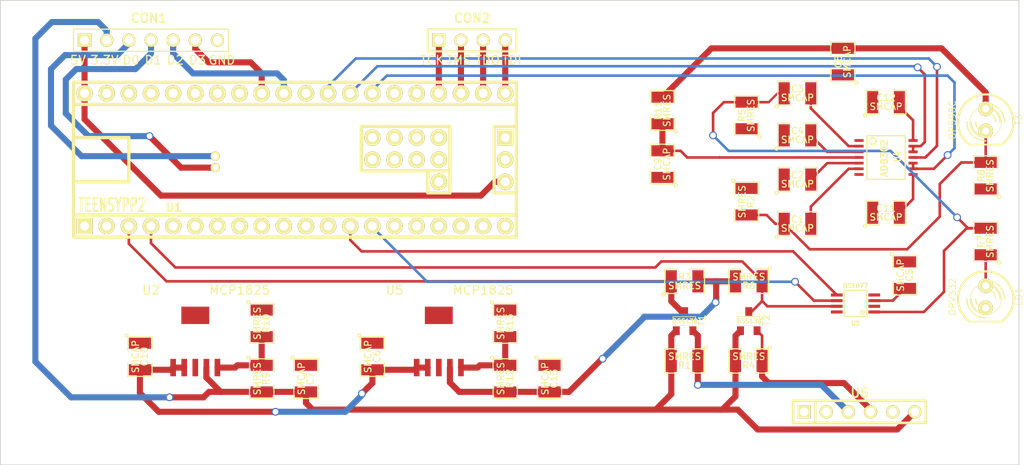
<source format=kicad_pcb>
(kicad_pcb (version 3) (host pcbnew "(2013-04-18 BZR 4102)-testing")

  (general
    (links 97)
    (no_connects 34)
    (area 165.049999 96.1364 282.61945 149.910001)
    (thickness 1.6)
    (drawings 4)
    (tracks 239)
    (zones 0)
    (modules 38)
    (nets 34)
  )

  (page A3)
  (layers
    (15 F.Cu signal)
    (0 B.Cu signal)
    (16 B.Adhes user)
    (17 F.Adhes user)
    (18 B.Paste user)
    (19 F.Paste user)
    (20 B.SilkS user)
    (21 F.SilkS user)
    (22 B.Mask user)
    (23 F.Mask user)
    (24 Dwgs.User user)
    (25 Cmts.User user)
    (26 Eco1.User user)
    (27 Eco2.User user)
    (28 Edge.Cuts user)
  )

  (setup
    (last_trace_width 0.3)
    (user_trace_width 0.3)
    (user_trace_width 0.7)
    (trace_clearance 0.254)
    (zone_clearance 0.508)
    (zone_45_only yes)
    (trace_min 0.254)
    (segment_width 0.2)
    (edge_width 0.1)
    (via_size 0.889)
    (via_drill 0.635)
    (via_min_size 0.889)
    (via_min_drill 0.508)
    (uvia_size 0.508)
    (uvia_drill 0.127)
    (uvias_allowed no)
    (uvia_min_size 0.508)
    (uvia_min_drill 0.127)
    (pcb_text_width 0.3)
    (pcb_text_size 1.5 1.5)
    (mod_edge_width 0.15)
    (mod_text_size 1 1)
    (mod_text_width 0.15)
    (pad_size 0.4 1.35)
    (pad_drill 0)
    (pad_to_mask_clearance 0)
    (aux_axis_origin 0 0)
    (visible_elements 7FFFFFFF)
    (pcbplotparams
      (layerselection 3178497)
      (usegerberextensions true)
      (excludeedgelayer true)
      (linewidth 0)
      (plotframeref false)
      (viasonmask false)
      (mode 1)
      (useauxorigin false)
      (hpglpennumber 1)
      (hpglpenspeed 20)
      (hpglpendiameter 15)
      (hpglpenoverlay 2)
      (psnegative false)
      (psa4output false)
      (plotreference true)
      (plotvalue true)
      (plotothertext true)
      (plotinvisibletext false)
      (padsonsilk false)
      (subtractmaskfromsilk false)
      (outputformat 1)
      (mirror false)
      (drillshape 1)
      (scaleselection 1)
      (outputdirectory ""))
  )

  (net 0 "")
  (net 1 /ad8302_inpa)
  (net 2 /ad8302_inpb)
  (net 3 /ad8302_mag)
  (net 4 /ad8302_ofsa)
  (net 5 /ad8302_ofsb)
  (net 6 /ad8302_phs)
  (net 7 /ad8302_vpos)
  (net 8 /ad8302_vref)
  (net 9 /encoder-interface-0)
  (net 10 /encoder-interface-1)
  (net 11 /encoder-interface-2)
  (net 12 /encoder-interface-3)
  (net 13 /jtag_tck)
  (net 14 /jtag_tdi)
  (net 15 /jtag_tdo)
  (net 16 /jtag_tms)
  (net 17 /mod_sig_1)
  (net 18 /osc_ctrl0)
  (net 19 /osc_ctrl1)
  (net 20 /regulator_3.3V)
  (net 21 /regulator_5V)
  (net 22 /return_sig)
  (net 23 /twi_scl_3.3V)
  (net 24 /twi_scl_5V)
  (net 25 /twi_sda_3.3V)
  (net 26 /twi_sda_5V)
  (net 27 /usb_5V)
  (net 28 GND)
  (net 29 N-000001)
  (net 30 N-000003)
  (net 31 N-000004)
  (net 32 N-000005)
  (net 33 N-000007)

  (net_class Default "This is the default net class."
    (clearance 0.254)
    (trace_width 0.3)
    (via_dia 0.889)
    (via_drill 0.635)
    (uvia_dia 0.508)
    (uvia_drill 0.127)
    (add_net "")
    (add_net /ad8302_inpa)
    (add_net /ad8302_inpb)
    (add_net /ad8302_mag)
    (add_net /ad8302_ofsa)
    (add_net /ad8302_ofsb)
    (add_net /ad8302_phs)
    (add_net /ad8302_vpos)
    (add_net /ad8302_vref)
    (add_net /mod_sig_1)
    (add_net /osc_ctrl0)
    (add_net /osc_ctrl1)
    (add_net /regulator_3.3V)
    (add_net /regulator_5V)
    (add_net /return_sig)
    (add_net /twi_scl_3.3V)
    (add_net /twi_scl_5V)
    (add_net /twi_sda_3.3V)
    (add_net /twi_sda_5V)
    (add_net GND)
    (add_net N-000001)
    (add_net N-000003)
    (add_net N-000004)
    (add_net N-000005)
    (add_net N-000007)
  )

  (net_class POWER ""
    (clearance 0.254)
    (trace_width 0.7)
    (via_dia 0.889)
    (via_drill 0.635)
    (uvia_dia 0.508)
    (uvia_drill 0.127)
    (add_net /encoder-interface-0)
    (add_net /encoder-interface-1)
    (add_net /encoder-interface-2)
    (add_net /encoder-interface-3)
    (add_net /jtag_tck)
    (add_net /jtag_tdi)
    (add_net /jtag_tdo)
    (add_net /jtag_tms)
    (add_net /usb_5V)
  )

  (module TEENSYPP2 (layer F.Cu) (tedit 4F5FE77C) (tstamp 5281B5B1)
    (at 198.882 114.808)
    (path /5280746C)
    (fp_text reference U1 (at -13.89888 5.4991) (layer F.SilkS)
      (effects (font (size 0.9144 0.9144) (thickness 0.2286)))
    )
    (fp_text value TEENSYPP2 (at -21.00072 5.19938) (layer F.SilkS)
      (effects (font (size 1.524 0.9144) (thickness 0.2286)))
    )
    (fp_line (start 15.24 1.27) (end 17.78 1.27) (layer F.SilkS) (width 0.381))
    (fp_line (start 17.78 -3.81) (end 17.78 3.81) (layer F.SilkS) (width 0.381))
    (fp_line (start 17.78 3.81) (end 15.24 3.81) (layer F.SilkS) (width 0.381))
    (fp_line (start 15.24 3.81) (end 15.24 1.27) (layer F.SilkS) (width 0.381))
    (fp_line (start 15.24 1.27) (end 7.62 1.27) (layer F.SilkS) (width 0.381))
    (fp_line (start 7.62 1.27) (end 7.62 -3.81) (layer F.SilkS) (width 0.381))
    (fp_line (start 7.62 -3.81) (end 17.78 -3.81) (layer F.SilkS) (width 0.381))
    (fp_line (start 25.4 -3.81) (end 22.86 -3.81) (layer F.SilkS) (width 0.381))
    (fp_line (start 22.86 -3.81) (end 22.86 3.81) (layer F.SilkS) (width 0.381))
    (fp_line (start 22.86 3.81) (end 25.4 3.81) (layer F.SilkS) (width 0.381))
    (fp_line (start -25.4 -2.54) (end -19.05 -2.54) (layer F.SilkS) (width 0.381))
    (fp_line (start -19.05 -2.54) (end -19.05 2.54) (layer F.SilkS) (width 0.381))
    (fp_line (start -19.05 2.54) (end -25.4 2.54) (layer F.SilkS) (width 0.381))
    (fp_line (start 25.4 6.35) (end -25.4 6.35) (layer F.SilkS) (width 0.381))
    (fp_line (start -25.4 -6.35) (end 25.4 -6.35) (layer F.SilkS) (width 0.381))
    (fp_line (start -25.4 -8.89) (end 25.4 -8.89) (layer F.SilkS) (width 0.381))
    (fp_line (start 25.4 -8.89) (end 25.4 8.89) (layer F.SilkS) (width 0.381))
    (fp_line (start 25.4 8.89) (end -25.4 8.89) (layer F.SilkS) (width 0.381))
    (fp_line (start -25.4 8.89) (end -25.4 -8.89) (layer F.SilkS) (width 0.381))
    (pad 52 thru_hole circle (at -24.13 -7.62) (size 1.8796 1.8796) (drill 1.016)
      (layers *.Cu *.Mask F.SilkS)
      (net 21 /regulator_5V)
    )
    (pad 51 thru_hole circle (at -21.59 -7.62) (size 1.8796 1.8796) (drill 1.016)
      (layers *.Cu *.Mask F.SilkS)
    )
    (pad 50 thru_hole circle (at -19.05 -7.62) (size 1.8796 1.8796) (drill 1.016)
      (layers *.Cu *.Mask F.SilkS)
    )
    (pad 49 thru_hole circle (at -16.51 -7.62) (size 1.8796 1.8796) (drill 1.016)
      (layers *.Cu *.Mask F.SilkS)
    )
    (pad 48 thru_hole circle (at -13.97 -7.62) (size 1.8796 1.8796) (drill 1.016)
      (layers *.Cu *.Mask F.SilkS)
    )
    (pad 47 thru_hole circle (at -11.43 -7.62) (size 1.8796 1.8796) (drill 1.016)
      (layers *.Cu *.Mask F.SilkS)
    )
    (pad 46 thru_hole circle (at -8.89 -7.62) (size 1.8796 1.8796) (drill 1.016)
      (layers *.Cu *.Mask F.SilkS)
    )
    (pad 45 thru_hole circle (at -6.35 -7.62) (size 1.8796 1.8796) (drill 1.016)
      (layers *.Cu *.Mask F.SilkS)
    )
    (pad 44 thru_hole circle (at -3.81 -7.62) (size 1.8796 1.8796) (drill 1.016)
      (layers *.Cu *.Mask F.SilkS)
      (net 12 /encoder-interface-3)
    )
    (pad 43 thru_hole circle (at -1.27 -7.62) (size 1.8796 1.8796) (drill 1.016)
      (layers *.Cu *.Mask F.SilkS)
      (net 11 /encoder-interface-2)
    )
    (pad 42 thru_hole circle (at 1.27 -7.62) (size 1.8796 1.8796) (drill 1.016)
      (layers *.Cu *.Mask F.SilkS)
      (net 28 GND)
    )
    (pad 41 thru_hole circle (at 3.81 -7.62) (size 1.8796 1.8796) (drill 1.016)
      (layers *.Cu *.Mask F.SilkS)
      (net 8 /ad8302_vref)
    )
    (pad 40 thru_hole circle (at 6.35 -7.62) (size 1.8796 1.8796) (drill 1.016)
      (layers *.Cu *.Mask F.SilkS)
      (net 3 /ad8302_mag)
    )
    (pad 39 thru_hole circle (at 8.89 -7.62) (size 1.8796 1.8796) (drill 1.016)
      (layers *.Cu *.Mask F.SilkS)
      (net 6 /ad8302_phs)
    )
    (pad 38 thru_hole circle (at 11.43 -7.62) (size 1.8796 1.8796) (drill 1.016)
      (layers *.Cu *.Mask F.SilkS)
    )
    (pad 37 thru_hole circle (at 13.97 -7.62) (size 1.8796 1.8796) (drill 1.016)
      (layers *.Cu *.Mask F.SilkS)
    )
    (pad 36 thru_hole circle (at 16.51 -7.62) (size 1.8796 1.8796) (drill 1.016)
      (layers *.Cu *.Mask F.SilkS)
      (net 13 /jtag_tck)
    )
    (pad 35 thru_hole circle (at 19.05 -7.62) (size 1.8796 1.8796) (drill 1.016)
      (layers *.Cu *.Mask F.SilkS)
      (net 16 /jtag_tms)
    )
    (pad 34 thru_hole circle (at 21.59 -7.62) (size 1.8796 1.8796) (drill 1.016)
      (layers *.Cu *.Mask F.SilkS)
      (net 15 /jtag_tdo)
    )
    (pad 33 thru_hole circle (at 24.13 -7.62) (size 1.8796 1.8796) (drill 1.016)
      (layers *.Cu *.Mask F.SilkS)
      (net 14 /jtag_tdi)
    )
    (pad 20 thru_hole circle (at 24.13 7.62) (size 1.8796 1.8796) (drill 1.016)
      (layers *.Cu *.Mask F.SilkS)
    )
    (pad 19 thru_hole circle (at 21.59 7.62) (size 1.8796 1.8796) (drill 1.016)
      (layers *.Cu *.Mask F.SilkS)
    )
    (pad 18 thru_hole circle (at 19.05 7.62) (size 1.8796 1.8796) (drill 1.016)
      (layers *.Cu *.Mask F.SilkS)
    )
    (pad 17 thru_hole circle (at 16.51 7.62) (size 1.8796 1.8796) (drill 1.016)
      (layers *.Cu *.Mask F.SilkS)
    )
    (pad 16 thru_hole circle (at 13.97 7.62) (size 1.8796 1.8796) (drill 1.016)
      (layers *.Cu *.Mask F.SilkS)
    )
    (pad 15 thru_hole circle (at 11.43 7.62) (size 1.8796 1.8796) (drill 1.016)
      (layers *.Cu *.Mask F.SilkS)
    )
    (pad 14 thru_hole circle (at 8.89 7.62) (size 1.8796 1.8796) (drill 1.016)
      (layers *.Cu *.Mask F.SilkS)
      (net 19 /osc_ctrl1)
    )
    (pad 13 thru_hole circle (at 6.35 7.62) (size 1.8796 1.8796) (drill 1.016)
      (layers *.Cu *.Mask F.SilkS)
      (net 18 /osc_ctrl0)
    )
    (pad 12 thru_hole circle (at 3.81 7.62) (size 1.8796 1.8796) (drill 1.016)
      (layers *.Cu *.Mask F.SilkS)
    )
    (pad 11 thru_hole circle (at 1.27 7.62) (size 1.8796 1.8796) (drill 1.016)
      (layers *.Cu *.Mask F.SilkS)
    )
    (pad 10 thru_hole circle (at -1.27 7.62) (size 1.8796 1.8796) (drill 1.016)
      (layers *.Cu *.Mask F.SilkS)
    )
    (pad 9 thru_hole circle (at -3.81 7.62) (size 1.8796 1.8796) (drill 1.016)
      (layers *.Cu *.Mask F.SilkS)
    )
    (pad 8 thru_hole circle (at -6.35 7.62) (size 1.8796 1.8796) (drill 1.016)
      (layers *.Cu *.Mask F.SilkS)
    )
    (pad 7 thru_hole circle (at -8.89 7.62) (size 1.8796 1.8796) (drill 1.016)
      (layers *.Cu *.Mask F.SilkS)
    )
    (pad 6 thru_hole circle (at -11.43 7.62) (size 1.8796 1.8796) (drill 1.016)
      (layers *.Cu *.Mask F.SilkS)
    )
    (pad 5 thru_hole circle (at -13.97 7.62) (size 1.8796 1.8796) (drill 1.016)
      (layers *.Cu *.Mask F.SilkS)
    )
    (pad 4 thru_hole circle (at -16.51 7.62) (size 1.8796 1.8796) (drill 1.016)
      (layers *.Cu *.Mask F.SilkS)
      (net 26 /twi_sda_5V)
    )
    (pad 3 thru_hole circle (at -19.05 7.62) (size 1.8796 1.8796) (drill 1.016)
      (layers *.Cu *.Mask F.SilkS)
      (net 24 /twi_scl_5V)
    )
    (pad 2 thru_hole circle (at -21.59 7.62) (size 1.8796 1.8796) (drill 1.016)
      (layers *.Cu *.Mask F.SilkS)
    )
    (pad 1 thru_hole rect (at -24.13 7.62) (size 1.8796 1.8796) (drill 1.016)
      (layers *.Cu *.Mask F.SilkS)
      (net 28 GND)
    )
    (pad 23 thru_hole rect (at 24.13 -2.54) (size 1.8796 1.8796) (drill 1.016)
      (layers *.Cu *.Mask F.SilkS)
    )
    (pad 22 thru_hole circle (at 24.13 0) (size 1.8796 1.8796) (drill 1.016)
      (layers *.Cu *.Mask F.SilkS)
      (net 28 GND)
    )
    (pad 21 thru_hole circle (at 24.13 2.54) (size 1.8796 1.8796) (drill 1.016)
      (layers *.Cu *.Mask F.SilkS)
      (net 21 /regulator_5V)
    )
    (pad 32 thru_hole circle (at 16.51 -2.54) (size 1.8796 1.8796) (drill 1.016)
      (layers *.Cu *.Mask F.SilkS)
    )
    (pad 29 thru_hole circle (at 13.97 -2.54) (size 1.8796 1.8796) (drill 1.016)
      (layers *.Cu *.Mask F.SilkS)
    )
    (pad 27 thru_hole circle (at 11.43 -2.54) (size 1.8796 1.8796) (drill 1.016)
      (layers *.Cu *.Mask F.SilkS)
    )
    (pad 25 thru_hole circle (at 8.89 -2.54) (size 1.8796 1.8796) (drill 1.016)
      (layers *.Cu *.Mask F.SilkS)
    )
    (pad 24 thru_hole circle (at 8.89 0) (size 1.8796 1.8796) (drill 1.016)
      (layers *.Cu *.Mask F.SilkS)
    )
    (pad 26 thru_hole circle (at 11.43 0) (size 1.8796 1.8796) (drill 1.016)
      (layers *.Cu *.Mask F.SilkS)
    )
    (pad 28 thru_hole circle (at 13.97 0) (size 1.8796 1.8796) (drill 1.016)
      (layers *.Cu *.Mask F.SilkS)
    )
    (pad 31 thru_hole circle (at 16.51 0) (size 1.8796 1.8796) (drill 1.016)
      (layers *.Cu *.Mask F.SilkS)
    )
    (pad 54 thru_hole circle (at -9.144 0.9144) (size 1.0668 1.0668) (drill 0.635)
      (layers *.Cu *.Mask F.SilkS)
      (net 10 /encoder-interface-1)
    )
    (pad 53 thru_hole circle (at -9.144 -0.4064) (size 1.0668 1.0668) (drill 0.635)
      (layers *.Cu *.Mask F.SilkS)
      (net 9 /encoder-interface-0)
    )
    (pad 30 thru_hole circle (at 16.51 2.54) (size 1.8796 1.8796) (drill 1.016)
      (layers *.Cu *.Mask F.SilkS)
    )
  )

  (module SOT23 (layer F.Cu) (tedit 5051A6D7) (tstamp 5281A838)
    (at 250.952 133.35)
    (tags SOT23)
    (path /52748162)
    (fp_text reference T2 (at 1.99898 -0.09906 90) (layer F.SilkS)
      (effects (font (size 0.762 0.762) (thickness 0.11938)))
    )
    (fp_text value BSS138 (at 0.0635 0) (layer F.SilkS)
      (effects (font (size 0.50038 0.50038) (thickness 0.09906)))
    )
    (fp_circle (center -1.17602 0.35052) (end -1.30048 0.44958) (layer F.SilkS) (width 0.07874))
    (fp_line (start 1.27 -0.508) (end 1.27 0.508) (layer F.SilkS) (width 0.07874))
    (fp_line (start -1.3335 -0.508) (end -1.3335 0.508) (layer F.SilkS) (width 0.07874))
    (fp_line (start 1.27 0.508) (end -1.3335 0.508) (layer F.SilkS) (width 0.07874))
    (fp_line (start -1.3335 -0.508) (end 1.27 -0.508) (layer F.SilkS) (width 0.07874))
    (pad 3 smd rect (at 0 -1.09982) (size 0.8001 1.00076)
      (layers F.Cu F.Paste F.Mask)
      (net 26 /twi_sda_5V)
    )
    (pad 2 smd rect (at 0.9525 1.09982) (size 0.8001 1.00076)
      (layers F.Cu F.Paste F.Mask)
      (net 25 /twi_sda_3.3V)
    )
    (pad 1 smd rect (at -0.9525 1.09982) (size 0.8001 1.00076)
      (layers F.Cu F.Paste F.Mask)
      (net 20 /regulator_3.3V)
    )
    (model smd\SOT23_3.wrl
      (at (xyz 0 0 0))
      (scale (xyz 0.4 0.4 0.4))
      (rotate (xyz 0 0 180))
    )
  )

  (module SOT23 (layer F.Cu) (tedit 5051A6D7) (tstamp 5281A844)
    (at 243.586 133.35)
    (tags SOT23)
    (path /52747BC6)
    (fp_text reference T1 (at 1.99898 -0.09906 90) (layer F.SilkS)
      (effects (font (size 0.762 0.762) (thickness 0.11938)))
    )
    (fp_text value BSS138 (at 0.0635 0) (layer F.SilkS)
      (effects (font (size 0.50038 0.50038) (thickness 0.09906)))
    )
    (fp_circle (center -1.17602 0.35052) (end -1.30048 0.44958) (layer F.SilkS) (width 0.07874))
    (fp_line (start 1.27 -0.508) (end 1.27 0.508) (layer F.SilkS) (width 0.07874))
    (fp_line (start -1.3335 -0.508) (end -1.3335 0.508) (layer F.SilkS) (width 0.07874))
    (fp_line (start 1.27 0.508) (end -1.3335 0.508) (layer F.SilkS) (width 0.07874))
    (fp_line (start -1.3335 -0.508) (end 1.27 -0.508) (layer F.SilkS) (width 0.07874))
    (pad 3 smd rect (at 0 -1.09982) (size 0.8001 1.00076)
      (layers F.Cu F.Paste F.Mask)
      (net 24 /twi_scl_5V)
    )
    (pad 2 smd rect (at 0.9525 1.09982) (size 0.8001 1.00076)
      (layers F.Cu F.Paste F.Mask)
      (net 23 /twi_scl_3.3V)
    )
    (pad 1 smd rect (at -0.9525 1.09982) (size 0.8001 1.00076)
      (layers F.Cu F.Paste F.Mask)
      (net 20 /regulator_3.3V)
    )
    (model smd\SOT23_3.wrl
      (at (xyz 0 0 0))
      (scale (xyz 0.4 0.4 0.4))
      (rotate (xyz 0 0 180))
    )
  )

  (module SOT-223-5pin (layer F.Cu) (tedit 5277D574) (tstamp 5281A84E)
    (at 187.452 138.684)
    (path /52746EA6)
    (fp_text reference U2 (at -5.08 -8.89) (layer F.SilkS)
      (effects (font (size 1 1) (thickness 0.15)))
    )
    (fp_text value MCP1825 (at 5.08 -8.89) (layer F.SilkS)
      (effects (font (size 1 1) (thickness 0.15)))
    )
    (pad 5 smd rect (at 2.54 0) (size 0.65 2)
      (layers F.Cu F.Paste F.Mask)
      (net 33 N-000007)
    )
    (pad 4 smd rect (at 1.27 0) (size 0.65 2)
      (layers F.Cu F.Paste F.Mask)
      (net 20 /regulator_3.3V)
    )
    (pad 3 smd rect (at 0 0) (size 0.65 2)
      (layers F.Cu F.Paste F.Mask)
      (net 28 GND)
    )
    (pad 2 smd rect (at -1.27 0) (size 0.65 2)
      (layers F.Cu F.Paste F.Mask)
      (net 27 /usb_5V)
    )
    (pad 1 smd rect (at -2.54 0) (size 0.65 2)
      (layers F.Cu F.Paste F.Mask)
      (net 27 /usb_5V)
    )
    (pad 6 smd rect (at 0 -6) (size 3.2 2)
      (layers F.Cu F.Paste F.Mask)
      (net 28 GND)
    )
  )

  (module SOT-223-5pin (layer F.Cu) (tedit 5277D574) (tstamp 5281A858)
    (at 215.392 138.684)
    (path /52742B72)
    (fp_text reference U5 (at -5.08 -8.89) (layer F.SilkS)
      (effects (font (size 1 1) (thickness 0.15)))
    )
    (fp_text value MCP1825 (at 5.08 -8.89) (layer F.SilkS)
      (effects (font (size 1 1) (thickness 0.15)))
    )
    (pad 5 smd rect (at 2.54 0) (size 0.65 2)
      (layers F.Cu F.Paste F.Mask)
      (net 32 N-000005)
    )
    (pad 4 smd rect (at 1.27 0) (size 0.65 2)
      (layers F.Cu F.Paste F.Mask)
      (net 21 /regulator_5V)
    )
    (pad 3 smd rect (at 0 0) (size 0.65 2)
      (layers F.Cu F.Paste F.Mask)
      (net 28 GND)
    )
    (pad 2 smd rect (at -1.27 0) (size 0.65 2)
      (layers F.Cu F.Paste F.Mask)
      (net 27 /usb_5V)
    )
    (pad 1 smd rect (at -2.54 0) (size 0.65 2)
      (layers F.Cu F.Paste F.Mask)
      (net 27 /usb_5V)
    )
    (pad 6 smd rect (at 0 -6) (size 3.2 2)
      (layers F.Cu F.Paste F.Mask)
      (net 28 GND)
    )
  )

  (module SM1210 (layer F.Cu) (tedit 42806E94) (tstamp 5281A878)
    (at 181.102 137.414 270)
    (tags "CMS SM")
    (path /52746D59)
    (attr smd)
    (fp_text reference C10 (at 0 -0.508 270) (layer F.SilkS)
      (effects (font (size 0.762 0.762) (thickness 0.127)))
    )
    (fp_text value SMCAP (at 0 0.508 270) (layer F.SilkS)
      (effects (font (size 0.762 0.762) (thickness 0.127)))
    )
    (fp_circle (center -2.413 1.524) (end -2.286 1.397) (layer F.SilkS) (width 0.127))
    (fp_line (start -0.762 -1.397) (end -2.286 -1.397) (layer F.SilkS) (width 0.127))
    (fp_line (start -2.286 -1.397) (end -2.286 1.397) (layer F.SilkS) (width 0.127))
    (fp_line (start -2.286 1.397) (end -0.762 1.397) (layer F.SilkS) (width 0.127))
    (fp_line (start 0.762 1.397) (end 2.286 1.397) (layer F.SilkS) (width 0.127))
    (fp_line (start 2.286 1.397) (end 2.286 -1.397) (layer F.SilkS) (width 0.127))
    (fp_line (start 2.286 -1.397) (end 0.762 -1.397) (layer F.SilkS) (width 0.127))
    (pad 1 smd rect (at -1.524 0 270) (size 1.27 2.54)
      (layers F.Cu F.Paste F.Mask)
      (net 28 GND)
    )
    (pad 2 smd rect (at 1.524 0 270) (size 1.27 2.54)
      (layers F.Cu F.Paste F.Mask)
      (net 27 /usb_5V)
    )
    (model smd/chip_cms.wrl
      (at (xyz 0 0 0))
      (scale (xyz 0.17 0.2 0.17))
      (rotate (xyz 0 0 0))
    )
  )

  (module SM1210 (layer F.Cu) (tedit 42806E94) (tstamp 5281A885)
    (at 278.13 124.206 90)
    (tags "CMS SM")
    (path /527404D4)
    (attr smd)
    (fp_text reference R7 (at 0 -0.508 90) (layer F.SilkS)
      (effects (font (size 0.762 0.762) (thickness 0.127)))
    )
    (fp_text value SMRES (at 0 0.508 90) (layer F.SilkS)
      (effects (font (size 0.762 0.762) (thickness 0.127)))
    )
    (fp_circle (center -2.413 1.524) (end -2.286 1.397) (layer F.SilkS) (width 0.127))
    (fp_line (start -0.762 -1.397) (end -2.286 -1.397) (layer F.SilkS) (width 0.127))
    (fp_line (start -2.286 -1.397) (end -2.286 1.397) (layer F.SilkS) (width 0.127))
    (fp_line (start -2.286 1.397) (end -0.762 1.397) (layer F.SilkS) (width 0.127))
    (fp_line (start 0.762 1.397) (end 2.286 1.397) (layer F.SilkS) (width 0.127))
    (fp_line (start 2.286 1.397) (end 2.286 -1.397) (layer F.SilkS) (width 0.127))
    (fp_line (start 2.286 -1.397) (end 0.762 -1.397) (layer F.SilkS) (width 0.127))
    (pad 1 smd rect (at -1.524 0 90) (size 1.27 2.54)
      (layers F.Cu F.Paste F.Mask)
      (net 29 N-000001)
    )
    (pad 2 smd rect (at 1.524 0 90) (size 1.27 2.54)
      (layers F.Cu F.Paste F.Mask)
      (net 17 /mod_sig_1)
    )
    (model smd/chip_cms.wrl
      (at (xyz 0 0 0))
      (scale (xyz 0.17 0.2 0.17))
      (rotate (xyz 0 0 0))
    )
  )

  (module SM1210 (layer F.Cu) (tedit 42806E94) (tstamp 5281A892)
    (at 250.952 137.922 180)
    (tags "CMS SM")
    (path /52748170)
    (attr smd)
    (fp_text reference R4 (at 0 -0.508 180) (layer F.SilkS)
      (effects (font (size 0.762 0.762) (thickness 0.127)))
    )
    (fp_text value SMRES (at 0 0.508 180) (layer F.SilkS)
      (effects (font (size 0.762 0.762) (thickness 0.127)))
    )
    (fp_circle (center -2.413 1.524) (end -2.286 1.397) (layer F.SilkS) (width 0.127))
    (fp_line (start -0.762 -1.397) (end -2.286 -1.397) (layer F.SilkS) (width 0.127))
    (fp_line (start -2.286 -1.397) (end -2.286 1.397) (layer F.SilkS) (width 0.127))
    (fp_line (start -2.286 1.397) (end -0.762 1.397) (layer F.SilkS) (width 0.127))
    (fp_line (start 0.762 1.397) (end 2.286 1.397) (layer F.SilkS) (width 0.127))
    (fp_line (start 2.286 1.397) (end 2.286 -1.397) (layer F.SilkS) (width 0.127))
    (fp_line (start 2.286 -1.397) (end 0.762 -1.397) (layer F.SilkS) (width 0.127))
    (pad 1 smd rect (at -1.524 0 180) (size 1.27 2.54)
      (layers F.Cu F.Paste F.Mask)
      (net 25 /twi_sda_3.3V)
    )
    (pad 2 smd rect (at 1.524 0 180) (size 1.27 2.54)
      (layers F.Cu F.Paste F.Mask)
      (net 20 /regulator_3.3V)
    )
    (model smd/chip_cms.wrl
      (at (xyz 0 0 0))
      (scale (xyz 0.17 0.2 0.17))
      (rotate (xyz 0 0 0))
    )
  )

  (module SM1210 (layer F.Cu) (tedit 42806E94) (tstamp 5281A89F)
    (at 250.952 128.778 180)
    (tags "CMS SM")
    (path /52748169)
    (attr smd)
    (fp_text reference R6 (at 0 -0.508 180) (layer F.SilkS)
      (effects (font (size 0.762 0.762) (thickness 0.127)))
    )
    (fp_text value SMRES (at 0 0.508 180) (layer F.SilkS)
      (effects (font (size 0.762 0.762) (thickness 0.127)))
    )
    (fp_circle (center -2.413 1.524) (end -2.286 1.397) (layer F.SilkS) (width 0.127))
    (fp_line (start -0.762 -1.397) (end -2.286 -1.397) (layer F.SilkS) (width 0.127))
    (fp_line (start -2.286 -1.397) (end -2.286 1.397) (layer F.SilkS) (width 0.127))
    (fp_line (start -2.286 1.397) (end -0.762 1.397) (layer F.SilkS) (width 0.127))
    (fp_line (start 0.762 1.397) (end 2.286 1.397) (layer F.SilkS) (width 0.127))
    (fp_line (start 2.286 1.397) (end 2.286 -1.397) (layer F.SilkS) (width 0.127))
    (fp_line (start 2.286 -1.397) (end 0.762 -1.397) (layer F.SilkS) (width 0.127))
    (pad 1 smd rect (at -1.524 0 180) (size 1.27 2.54)
      (layers F.Cu F.Paste F.Mask)
      (net 26 /twi_sda_5V)
    )
    (pad 2 smd rect (at 1.524 0 180) (size 1.27 2.54)
      (layers F.Cu F.Paste F.Mask)
      (net 21 /regulator_5V)
    )
    (model smd/chip_cms.wrl
      (at (xyz 0 0 0))
      (scale (xyz 0.17 0.2 0.17))
      (rotate (xyz 0 0 0))
    )
  )

  (module SM1210 (layer F.Cu) (tedit 42806E94) (tstamp 5281A8AC)
    (at 243.586 137.922 180)
    (tags "CMS SM")
    (path /52747C11)
    (attr smd)
    (fp_text reference R1 (at 0 -0.508 180) (layer F.SilkS)
      (effects (font (size 0.762 0.762) (thickness 0.127)))
    )
    (fp_text value SMRES (at 0 0.508 180) (layer F.SilkS)
      (effects (font (size 0.762 0.762) (thickness 0.127)))
    )
    (fp_circle (center -2.413 1.524) (end -2.286 1.397) (layer F.SilkS) (width 0.127))
    (fp_line (start -0.762 -1.397) (end -2.286 -1.397) (layer F.SilkS) (width 0.127))
    (fp_line (start -2.286 -1.397) (end -2.286 1.397) (layer F.SilkS) (width 0.127))
    (fp_line (start -2.286 1.397) (end -0.762 1.397) (layer F.SilkS) (width 0.127))
    (fp_line (start 0.762 1.397) (end 2.286 1.397) (layer F.SilkS) (width 0.127))
    (fp_line (start 2.286 1.397) (end 2.286 -1.397) (layer F.SilkS) (width 0.127))
    (fp_line (start 2.286 -1.397) (end 0.762 -1.397) (layer F.SilkS) (width 0.127))
    (pad 1 smd rect (at -1.524 0 180) (size 1.27 2.54)
      (layers F.Cu F.Paste F.Mask)
      (net 23 /twi_scl_3.3V)
    )
    (pad 2 smd rect (at 1.524 0 180) (size 1.27 2.54)
      (layers F.Cu F.Paste F.Mask)
      (net 20 /regulator_3.3V)
    )
    (model smd/chip_cms.wrl
      (at (xyz 0 0 0))
      (scale (xyz 0.17 0.2 0.17))
      (rotate (xyz 0 0 0))
    )
  )

  (module SM1210 (layer F.Cu) (tedit 42806E94) (tstamp 5281A8B9)
    (at 243.586 128.778)
    (tags "CMS SM")
    (path /52747C02)
    (attr smd)
    (fp_text reference R3 (at 0 -0.508) (layer F.SilkS)
      (effects (font (size 0.762 0.762) (thickness 0.127)))
    )
    (fp_text value SMRES (at 0 0.508) (layer F.SilkS)
      (effects (font (size 0.762 0.762) (thickness 0.127)))
    )
    (fp_circle (center -2.413 1.524) (end -2.286 1.397) (layer F.SilkS) (width 0.127))
    (fp_line (start -0.762 -1.397) (end -2.286 -1.397) (layer F.SilkS) (width 0.127))
    (fp_line (start -2.286 -1.397) (end -2.286 1.397) (layer F.SilkS) (width 0.127))
    (fp_line (start -2.286 1.397) (end -0.762 1.397) (layer F.SilkS) (width 0.127))
    (fp_line (start 0.762 1.397) (end 2.286 1.397) (layer F.SilkS) (width 0.127))
    (fp_line (start 2.286 1.397) (end 2.286 -1.397) (layer F.SilkS) (width 0.127))
    (fp_line (start 2.286 -1.397) (end 0.762 -1.397) (layer F.SilkS) (width 0.127))
    (pad 1 smd rect (at -1.524 0) (size 1.27 2.54)
      (layers F.Cu F.Paste F.Mask)
      (net 24 /twi_scl_5V)
    )
    (pad 2 smd rect (at 1.524 0) (size 1.27 2.54)
      (layers F.Cu F.Paste F.Mask)
      (net 21 /regulator_5V)
    )
    (model smd/chip_cms.wrl
      (at (xyz 0 0 0))
      (scale (xyz 0.17 0.2 0.17))
      (rotate (xyz 0 0 0))
    )
  )

  (module SM1210 (layer F.Cu) (tedit 42806E94) (tstamp 5281A8C6)
    (at 250.698 109.728 90)
    (tags "CMS SM")
    (path /52740B3E)
    (attr smd)
    (fp_text reference R5 (at 0 -0.508 90) (layer F.SilkS)
      (effects (font (size 0.762 0.762) (thickness 0.127)))
    )
    (fp_text value SMRES (at 0 0.508 90) (layer F.SilkS)
      (effects (font (size 0.762 0.762) (thickness 0.127)))
    )
    (fp_circle (center -2.413 1.524) (end -2.286 1.397) (layer F.SilkS) (width 0.127))
    (fp_line (start -0.762 -1.397) (end -2.286 -1.397) (layer F.SilkS) (width 0.127))
    (fp_line (start -2.286 -1.397) (end -2.286 1.397) (layer F.SilkS) (width 0.127))
    (fp_line (start -2.286 1.397) (end -0.762 1.397) (layer F.SilkS) (width 0.127))
    (fp_line (start 0.762 1.397) (end 2.286 1.397) (layer F.SilkS) (width 0.127))
    (fp_line (start 2.286 1.397) (end 2.286 -1.397) (layer F.SilkS) (width 0.127))
    (fp_line (start 2.286 -1.397) (end 0.762 -1.397) (layer F.SilkS) (width 0.127))
    (pad 1 smd rect (at -1.524 0 90) (size 1.27 2.54)
      (layers F.Cu F.Paste F.Mask)
      (net 28 GND)
    )
    (pad 2 smd rect (at 1.524 0 90) (size 1.27 2.54)
      (layers F.Cu F.Paste F.Mask)
      (net 17 /mod_sig_1)
    )
    (model smd/chip_cms.wrl
      (at (xyz 0 0 0))
      (scale (xyz 0.17 0.2 0.17))
      (rotate (xyz 0 0 0))
    )
  )

  (module SM1210 (layer F.Cu) (tedit 42806E94) (tstamp 5281A8D3)
    (at 207.772 137.414 270)
    (tags "CMS SM")
    (path /52746EDB)
    (attr smd)
    (fp_text reference C6 (at 0 -0.508 270) (layer F.SilkS)
      (effects (font (size 0.762 0.762) (thickness 0.127)))
    )
    (fp_text value SMCAP (at 0 0.508 270) (layer F.SilkS)
      (effects (font (size 0.762 0.762) (thickness 0.127)))
    )
    (fp_circle (center -2.413 1.524) (end -2.286 1.397) (layer F.SilkS) (width 0.127))
    (fp_line (start -0.762 -1.397) (end -2.286 -1.397) (layer F.SilkS) (width 0.127))
    (fp_line (start -2.286 -1.397) (end -2.286 1.397) (layer F.SilkS) (width 0.127))
    (fp_line (start -2.286 1.397) (end -0.762 1.397) (layer F.SilkS) (width 0.127))
    (fp_line (start 0.762 1.397) (end 2.286 1.397) (layer F.SilkS) (width 0.127))
    (fp_line (start 2.286 1.397) (end 2.286 -1.397) (layer F.SilkS) (width 0.127))
    (fp_line (start 2.286 -1.397) (end 0.762 -1.397) (layer F.SilkS) (width 0.127))
    (pad 1 smd rect (at -1.524 0 270) (size 1.27 2.54)
      (layers F.Cu F.Paste F.Mask)
      (net 28 GND)
    )
    (pad 2 smd rect (at 1.524 0 270) (size 1.27 2.54)
      (layers F.Cu F.Paste F.Mask)
      (net 27 /usb_5V)
    )
    (model smd/chip_cms.wrl
      (at (xyz 0 0 0))
      (scale (xyz 0.17 0.2 0.17))
      (rotate (xyz 0 0 0))
    )
  )

  (module SM1210 (layer F.Cu) (tedit 42806E94) (tstamp 5281A8E0)
    (at 200.152 139.954 270)
    (tags "CMS SM")
    (path /52746ECA)
    (attr smd)
    (fp_text reference C7 (at 0 -0.508 270) (layer F.SilkS)
      (effects (font (size 0.762 0.762) (thickness 0.127)))
    )
    (fp_text value SMCAP (at 0 0.508 270) (layer F.SilkS)
      (effects (font (size 0.762 0.762) (thickness 0.127)))
    )
    (fp_circle (center -2.413 1.524) (end -2.286 1.397) (layer F.SilkS) (width 0.127))
    (fp_line (start -0.762 -1.397) (end -2.286 -1.397) (layer F.SilkS) (width 0.127))
    (fp_line (start -2.286 -1.397) (end -2.286 1.397) (layer F.SilkS) (width 0.127))
    (fp_line (start -2.286 1.397) (end -0.762 1.397) (layer F.SilkS) (width 0.127))
    (fp_line (start 0.762 1.397) (end 2.286 1.397) (layer F.SilkS) (width 0.127))
    (fp_line (start 2.286 1.397) (end 2.286 -1.397) (layer F.SilkS) (width 0.127))
    (fp_line (start 2.286 -1.397) (end 0.762 -1.397) (layer F.SilkS) (width 0.127))
    (pad 1 smd rect (at -1.524 0 270) (size 1.27 2.54)
      (layers F.Cu F.Paste F.Mask)
      (net 28 GND)
    )
    (pad 2 smd rect (at 1.524 0 270) (size 1.27 2.54)
      (layers F.Cu F.Paste F.Mask)
      (net 20 /regulator_3.3V)
    )
    (model smd/chip_cms.wrl
      (at (xyz 0 0 0))
      (scale (xyz 0.17 0.2 0.17))
      (rotate (xyz 0 0 0))
    )
  )

  (module SM1210 (layer F.Cu) (tedit 42806E94) (tstamp 5281A8ED)
    (at 195.072 133.604 270)
    (tags "CMS SM")
    (path /52746EB9)
    (attr smd)
    (fp_text reference R10 (at 0 -0.508 270) (layer F.SilkS)
      (effects (font (size 0.762 0.762) (thickness 0.127)))
    )
    (fp_text value SMRES (at 0 0.508 270) (layer F.SilkS)
      (effects (font (size 0.762 0.762) (thickness 0.127)))
    )
    (fp_circle (center -2.413 1.524) (end -2.286 1.397) (layer F.SilkS) (width 0.127))
    (fp_line (start -0.762 -1.397) (end -2.286 -1.397) (layer F.SilkS) (width 0.127))
    (fp_line (start -2.286 -1.397) (end -2.286 1.397) (layer F.SilkS) (width 0.127))
    (fp_line (start -2.286 1.397) (end -0.762 1.397) (layer F.SilkS) (width 0.127))
    (fp_line (start 0.762 1.397) (end 2.286 1.397) (layer F.SilkS) (width 0.127))
    (fp_line (start 2.286 1.397) (end 2.286 -1.397) (layer F.SilkS) (width 0.127))
    (fp_line (start 2.286 -1.397) (end 0.762 -1.397) (layer F.SilkS) (width 0.127))
    (pad 1 smd rect (at -1.524 0 270) (size 1.27 2.54)
      (layers F.Cu F.Paste F.Mask)
      (net 28 GND)
    )
    (pad 2 smd rect (at 1.524 0 270) (size 1.27 2.54)
      (layers F.Cu F.Paste F.Mask)
      (net 33 N-000007)
    )
    (model smd/chip_cms.wrl
      (at (xyz 0 0 0))
      (scale (xyz 0.17 0.2 0.17))
      (rotate (xyz 0 0 0))
    )
  )

  (module SM1210 (layer F.Cu) (tedit 42806E94) (tstamp 5281A8FA)
    (at 195.072 139.954 270)
    (tags "CMS SM")
    (path /52746EB2)
    (attr smd)
    (fp_text reference R9 (at 0 -0.508 270) (layer F.SilkS)
      (effects (font (size 0.762 0.762) (thickness 0.127)))
    )
    (fp_text value SMRES (at 0 0.508 270) (layer F.SilkS)
      (effects (font (size 0.762 0.762) (thickness 0.127)))
    )
    (fp_circle (center -2.413 1.524) (end -2.286 1.397) (layer F.SilkS) (width 0.127))
    (fp_line (start -0.762 -1.397) (end -2.286 -1.397) (layer F.SilkS) (width 0.127))
    (fp_line (start -2.286 -1.397) (end -2.286 1.397) (layer F.SilkS) (width 0.127))
    (fp_line (start -2.286 1.397) (end -0.762 1.397) (layer F.SilkS) (width 0.127))
    (fp_line (start 0.762 1.397) (end 2.286 1.397) (layer F.SilkS) (width 0.127))
    (fp_line (start 2.286 1.397) (end 2.286 -1.397) (layer F.SilkS) (width 0.127))
    (fp_line (start 2.286 -1.397) (end 0.762 -1.397) (layer F.SilkS) (width 0.127))
    (pad 1 smd rect (at -1.524 0 270) (size 1.27 2.54)
      (layers F.Cu F.Paste F.Mask)
      (net 33 N-000007)
    )
    (pad 2 smd rect (at 1.524 0 270) (size 1.27 2.54)
      (layers F.Cu F.Paste F.Mask)
      (net 20 /regulator_3.3V)
    )
    (model smd/chip_cms.wrl
      (at (xyz 0 0 0))
      (scale (xyz 0.17 0.2 0.17))
      (rotate (xyz 0 0 0))
    )
  )

  (module SM1210 (layer F.Cu) (tedit 42806E94) (tstamp 5281A907)
    (at 266.7 108.204)
    (tags "CMS SM")
    (path /52740CC0)
    (attr smd)
    (fp_text reference C12 (at 0 -0.508) (layer F.SilkS)
      (effects (font (size 0.762 0.762) (thickness 0.127)))
    )
    (fp_text value SMCAP (at 0 0.508) (layer F.SilkS)
      (effects (font (size 0.762 0.762) (thickness 0.127)))
    )
    (fp_circle (center -2.413 1.524) (end -2.286 1.397) (layer F.SilkS) (width 0.127))
    (fp_line (start -0.762 -1.397) (end -2.286 -1.397) (layer F.SilkS) (width 0.127))
    (fp_line (start -2.286 -1.397) (end -2.286 1.397) (layer F.SilkS) (width 0.127))
    (fp_line (start -2.286 1.397) (end -0.762 1.397) (layer F.SilkS) (width 0.127))
    (fp_line (start 0.762 1.397) (end 2.286 1.397) (layer F.SilkS) (width 0.127))
    (fp_line (start 2.286 1.397) (end 2.286 -1.397) (layer F.SilkS) (width 0.127))
    (fp_line (start 2.286 -1.397) (end 0.762 -1.397) (layer F.SilkS) (width 0.127))
    (pad 1 smd rect (at -1.524 0) (size 1.27 2.54)
      (layers F.Cu F.Paste F.Mask)
      (net 28 GND)
    )
    (pad 2 smd rect (at 1.524 0) (size 1.27 2.54)
      (layers F.Cu F.Paste F.Mask)
      (net 30 N-000003)
    )
    (model smd/chip_cms.wrl
      (at (xyz 0 0 0))
      (scale (xyz 0.17 0.2 0.17))
      (rotate (xyz 0 0 0))
    )
  )

  (module SM1210 (layer F.Cu) (tedit 42806E94) (tstamp 5281A914)
    (at 228.092 139.954 270)
    (tags "CMS SM")
    (path /52743059)
    (attr smd)
    (fp_text reference C13 (at 0 -0.508 270) (layer F.SilkS)
      (effects (font (size 0.762 0.762) (thickness 0.127)))
    )
    (fp_text value SMCAP (at 0 0.508 270) (layer F.SilkS)
      (effects (font (size 0.762 0.762) (thickness 0.127)))
    )
    (fp_circle (center -2.413 1.524) (end -2.286 1.397) (layer F.SilkS) (width 0.127))
    (fp_line (start -0.762 -1.397) (end -2.286 -1.397) (layer F.SilkS) (width 0.127))
    (fp_line (start -2.286 -1.397) (end -2.286 1.397) (layer F.SilkS) (width 0.127))
    (fp_line (start -2.286 1.397) (end -0.762 1.397) (layer F.SilkS) (width 0.127))
    (fp_line (start 0.762 1.397) (end 2.286 1.397) (layer F.SilkS) (width 0.127))
    (fp_line (start 2.286 1.397) (end 2.286 -1.397) (layer F.SilkS) (width 0.127))
    (fp_line (start 2.286 -1.397) (end 0.762 -1.397) (layer F.SilkS) (width 0.127))
    (pad 1 smd rect (at -1.524 0 270) (size 1.27 2.54)
      (layers F.Cu F.Paste F.Mask)
      (net 28 GND)
    )
    (pad 2 smd rect (at 1.524 0 270) (size 1.27 2.54)
      (layers F.Cu F.Paste F.Mask)
      (net 21 /regulator_5V)
    )
    (model smd/chip_cms.wrl
      (at (xyz 0 0 0))
      (scale (xyz 0.17 0.2 0.17))
      (rotate (xyz 0 0 0))
    )
  )

  (module SM1210 (layer F.Cu) (tedit 42806E94) (tstamp 5281A921)
    (at 223.012 133.604 270)
    (tags "CMS SM")
    (path /52742E20)
    (attr smd)
    (fp_text reference R13 (at 0 -0.508 270) (layer F.SilkS)
      (effects (font (size 0.762 0.762) (thickness 0.127)))
    )
    (fp_text value SMRES (at 0 0.508 270) (layer F.SilkS)
      (effects (font (size 0.762 0.762) (thickness 0.127)))
    )
    (fp_circle (center -2.413 1.524) (end -2.286 1.397) (layer F.SilkS) (width 0.127))
    (fp_line (start -0.762 -1.397) (end -2.286 -1.397) (layer F.SilkS) (width 0.127))
    (fp_line (start -2.286 -1.397) (end -2.286 1.397) (layer F.SilkS) (width 0.127))
    (fp_line (start -2.286 1.397) (end -0.762 1.397) (layer F.SilkS) (width 0.127))
    (fp_line (start 0.762 1.397) (end 2.286 1.397) (layer F.SilkS) (width 0.127))
    (fp_line (start 2.286 1.397) (end 2.286 -1.397) (layer F.SilkS) (width 0.127))
    (fp_line (start 2.286 -1.397) (end 0.762 -1.397) (layer F.SilkS) (width 0.127))
    (pad 1 smd rect (at -1.524 0 270) (size 1.27 2.54)
      (layers F.Cu F.Paste F.Mask)
      (net 28 GND)
    )
    (pad 2 smd rect (at 1.524 0 270) (size 1.27 2.54)
      (layers F.Cu F.Paste F.Mask)
      (net 32 N-000005)
    )
    (model smd/chip_cms.wrl
      (at (xyz 0 0 0))
      (scale (xyz 0.17 0.2 0.17))
      (rotate (xyz 0 0 0))
    )
  )

  (module SM1210 (layer F.Cu) (tedit 42806E94) (tstamp 5281A92E)
    (at 256.54 112.014)
    (tags "CMS SM")
    (path /5274138F)
    (attr smd)
    (fp_text reference C4 (at 0 -0.508) (layer F.SilkS)
      (effects (font (size 0.762 0.762) (thickness 0.127)))
    )
    (fp_text value SMCAP (at 0 0.508) (layer F.SilkS)
      (effects (font (size 0.762 0.762) (thickness 0.127)))
    )
    (fp_circle (center -2.413 1.524) (end -2.286 1.397) (layer F.SilkS) (width 0.127))
    (fp_line (start -0.762 -1.397) (end -2.286 -1.397) (layer F.SilkS) (width 0.127))
    (fp_line (start -2.286 -1.397) (end -2.286 1.397) (layer F.SilkS) (width 0.127))
    (fp_line (start -2.286 1.397) (end -0.762 1.397) (layer F.SilkS) (width 0.127))
    (fp_line (start 0.762 1.397) (end 2.286 1.397) (layer F.SilkS) (width 0.127))
    (fp_line (start 2.286 1.397) (end 2.286 -1.397) (layer F.SilkS) (width 0.127))
    (fp_line (start 2.286 -1.397) (end 0.762 -1.397) (layer F.SilkS) (width 0.127))
    (pad 1 smd rect (at -1.524 0) (size 1.27 2.54)
      (layers F.Cu F.Paste F.Mask)
      (net 28 GND)
    )
    (pad 2 smd rect (at 1.524 0) (size 1.27 2.54)
      (layers F.Cu F.Paste F.Mask)
      (net 4 /ad8302_ofsa)
    )
    (model smd/chip_cms.wrl
      (at (xyz 0 0 0))
      (scale (xyz 0.17 0.2 0.17))
      (rotate (xyz 0 0 0))
    )
  )

  (module SM1210 (layer F.Cu) (tedit 42806E94) (tstamp 5281A93B)
    (at 241.046 115.316 90)
    (tags "CMS SM")
    (path /52740D9C)
    (attr smd)
    (fp_text reference C9 (at 0 -0.508 90) (layer F.SilkS)
      (effects (font (size 0.762 0.762) (thickness 0.127)))
    )
    (fp_text value SMCAP (at 0 0.508 90) (layer F.SilkS)
      (effects (font (size 0.762 0.762) (thickness 0.127)))
    )
    (fp_circle (center -2.413 1.524) (end -2.286 1.397) (layer F.SilkS) (width 0.127))
    (fp_line (start -0.762 -1.397) (end -2.286 -1.397) (layer F.SilkS) (width 0.127))
    (fp_line (start -2.286 -1.397) (end -2.286 1.397) (layer F.SilkS) (width 0.127))
    (fp_line (start -2.286 1.397) (end -0.762 1.397) (layer F.SilkS) (width 0.127))
    (fp_line (start 0.762 1.397) (end 2.286 1.397) (layer F.SilkS) (width 0.127))
    (fp_line (start 2.286 1.397) (end 2.286 -1.397) (layer F.SilkS) (width 0.127))
    (fp_line (start 2.286 -1.397) (end 0.762 -1.397) (layer F.SilkS) (width 0.127))
    (pad 1 smd rect (at -1.524 0 90) (size 1.27 2.54)
      (layers F.Cu F.Paste F.Mask)
      (net 28 GND)
    )
    (pad 2 smd rect (at 1.524 0 90) (size 1.27 2.54)
      (layers F.Cu F.Paste F.Mask)
      (net 7 /ad8302_vpos)
    )
    (model smd/chip_cms.wrl
      (at (xyz 0 0 0))
      (scale (xyz 0.17 0.2 0.17))
      (rotate (xyz 0 0 0))
    )
  )

  (module SM1210 (layer F.Cu) (tedit 42806E94) (tstamp 5281A948)
    (at 261.74192 103.54564 90)
    (tags "CMS SM")
    (path /52740DAB)
    (attr smd)
    (fp_text reference C8 (at 0 -0.508 90) (layer F.SilkS)
      (effects (font (size 0.762 0.762) (thickness 0.127)))
    )
    (fp_text value SMCAP (at 0 0.508 90) (layer F.SilkS)
      (effects (font (size 0.762 0.762) (thickness 0.127)))
    )
    (fp_circle (center -2.413 1.524) (end -2.286 1.397) (layer F.SilkS) (width 0.127))
    (fp_line (start -0.762 -1.397) (end -2.286 -1.397) (layer F.SilkS) (width 0.127))
    (fp_line (start -2.286 -1.397) (end -2.286 1.397) (layer F.SilkS) (width 0.127))
    (fp_line (start -2.286 1.397) (end -0.762 1.397) (layer F.SilkS) (width 0.127))
    (fp_line (start 0.762 1.397) (end 2.286 1.397) (layer F.SilkS) (width 0.127))
    (fp_line (start 2.286 1.397) (end 2.286 -1.397) (layer F.SilkS) (width 0.127))
    (fp_line (start 2.286 -1.397) (end 0.762 -1.397) (layer F.SilkS) (width 0.127))
    (pad 1 smd rect (at -1.524 0 90) (size 1.27 2.54)
      (layers F.Cu F.Paste F.Mask)
      (net 28 GND)
    )
    (pad 2 smd rect (at 1.524 0 90) (size 1.27 2.54)
      (layers F.Cu F.Paste F.Mask)
      (net 21 /regulator_5V)
    )
    (model smd/chip_cms.wrl
      (at (xyz 0 0 0))
      (scale (xyz 0.17 0.2 0.17))
      (rotate (xyz 0 0 0))
    )
  )

  (module SM1210 (layer F.Cu) (tedit 42806E94) (tstamp 5281B5D3)
    (at 241.0587 109.1565 90)
    (tags "CMS SM")
    (path /52740E3B)
    (attr smd)
    (fp_text reference R11 (at 0 -0.508 90) (layer F.SilkS)
      (effects (font (size 0.762 0.762) (thickness 0.127)))
    )
    (fp_text value SMRES (at 0 0.508 90) (layer F.SilkS)
      (effects (font (size 0.762 0.762) (thickness 0.127)))
    )
    (fp_circle (center -2.413 1.524) (end -2.286 1.397) (layer F.SilkS) (width 0.127))
    (fp_line (start -0.762 -1.397) (end -2.286 -1.397) (layer F.SilkS) (width 0.127))
    (fp_line (start -2.286 -1.397) (end -2.286 1.397) (layer F.SilkS) (width 0.127))
    (fp_line (start -2.286 1.397) (end -0.762 1.397) (layer F.SilkS) (width 0.127))
    (fp_line (start 0.762 1.397) (end 2.286 1.397) (layer F.SilkS) (width 0.127))
    (fp_line (start 2.286 1.397) (end 2.286 -1.397) (layer F.SilkS) (width 0.127))
    (fp_line (start 2.286 -1.397) (end 0.762 -1.397) (layer F.SilkS) (width 0.127))
    (pad 1 smd rect (at -1.524 0 90) (size 1.27 2.54)
      (layers F.Cu F.Paste F.Mask)
      (net 7 /ad8302_vpos)
    )
    (pad 2 smd rect (at 1.524 0 90) (size 1.27 2.54)
      (layers F.Cu F.Paste F.Mask)
      (net 21 /regulator_5V)
    )
    (model smd/chip_cms.wrl
      (at (xyz 0 0 0))
      (scale (xyz 0.17 0.2 0.17))
      (rotate (xyz 0 0 0))
    )
  )

  (module SM1210 (layer F.Cu) (tedit 42806E94) (tstamp 5281A962)
    (at 256.54 107.188)
    (tags "CMS SM")
    (path /52741380)
    (attr smd)
    (fp_text reference C3 (at 0 -0.508) (layer F.SilkS)
      (effects (font (size 0.762 0.762) (thickness 0.127)))
    )
    (fp_text value SMCAP (at 0 0.508) (layer F.SilkS)
      (effects (font (size 0.762 0.762) (thickness 0.127)))
    )
    (fp_circle (center -2.413 1.524) (end -2.286 1.397) (layer F.SilkS) (width 0.127))
    (fp_line (start -0.762 -1.397) (end -2.286 -1.397) (layer F.SilkS) (width 0.127))
    (fp_line (start -2.286 -1.397) (end -2.286 1.397) (layer F.SilkS) (width 0.127))
    (fp_line (start -2.286 1.397) (end -0.762 1.397) (layer F.SilkS) (width 0.127))
    (fp_line (start 0.762 1.397) (end 2.286 1.397) (layer F.SilkS) (width 0.127))
    (fp_line (start 2.286 1.397) (end 2.286 -1.397) (layer F.SilkS) (width 0.127))
    (fp_line (start 2.286 -1.397) (end 0.762 -1.397) (layer F.SilkS) (width 0.127))
    (pad 1 smd rect (at -1.524 0) (size 1.27 2.54)
      (layers F.Cu F.Paste F.Mask)
      (net 17 /mod_sig_1)
    )
    (pad 2 smd rect (at 1.524 0) (size 1.27 2.54)
      (layers F.Cu F.Paste F.Mask)
      (net 1 /ad8302_inpa)
    )
    (model smd/chip_cms.wrl
      (at (xyz 0 0 0))
      (scale (xyz 0.17 0.2 0.17))
      (rotate (xyz 0 0 0))
    )
  )

  (module SM1210 (layer F.Cu) (tedit 42806E94) (tstamp 5281A96F)
    (at 223.012 139.954 270)
    (tags "CMS SM")
    (path /52742E11)
    (attr smd)
    (fp_text reference R12 (at 0 -0.508 270) (layer F.SilkS)
      (effects (font (size 0.762 0.762) (thickness 0.127)))
    )
    (fp_text value SMRES (at 0 0.508 270) (layer F.SilkS)
      (effects (font (size 0.762 0.762) (thickness 0.127)))
    )
    (fp_circle (center -2.413 1.524) (end -2.286 1.397) (layer F.SilkS) (width 0.127))
    (fp_line (start -0.762 -1.397) (end -2.286 -1.397) (layer F.SilkS) (width 0.127))
    (fp_line (start -2.286 -1.397) (end -2.286 1.397) (layer F.SilkS) (width 0.127))
    (fp_line (start -2.286 1.397) (end -0.762 1.397) (layer F.SilkS) (width 0.127))
    (fp_line (start 0.762 1.397) (end 2.286 1.397) (layer F.SilkS) (width 0.127))
    (fp_line (start 2.286 1.397) (end 2.286 -1.397) (layer F.SilkS) (width 0.127))
    (fp_line (start 2.286 -1.397) (end 0.762 -1.397) (layer F.SilkS) (width 0.127))
    (pad 1 smd rect (at -1.524 0 270) (size 1.27 2.54)
      (layers F.Cu F.Paste F.Mask)
      (net 32 N-000005)
    )
    (pad 2 smd rect (at 1.524 0 270) (size 1.27 2.54)
      (layers F.Cu F.Paste F.Mask)
      (net 21 /regulator_5V)
    )
    (model smd/chip_cms.wrl
      (at (xyz 0 0 0))
      (scale (xyz 0.17 0.2 0.17))
      (rotate (xyz 0 0 0))
    )
  )

  (module SM1210 (layer F.Cu) (tedit 42806E94) (tstamp 5281A97C)
    (at 250.698 119.634 270)
    (tags "CMS SM")
    (path /5274196B)
    (attr smd)
    (fp_text reference R2 (at 0 -0.508 270) (layer F.SilkS)
      (effects (font (size 0.762 0.762) (thickness 0.127)))
    )
    (fp_text value SMRES (at 0 0.508 270) (layer F.SilkS)
      (effects (font (size 0.762 0.762) (thickness 0.127)))
    )
    (fp_circle (center -2.413 1.524) (end -2.286 1.397) (layer F.SilkS) (width 0.127))
    (fp_line (start -0.762 -1.397) (end -2.286 -1.397) (layer F.SilkS) (width 0.127))
    (fp_line (start -2.286 -1.397) (end -2.286 1.397) (layer F.SilkS) (width 0.127))
    (fp_line (start -2.286 1.397) (end -0.762 1.397) (layer F.SilkS) (width 0.127))
    (fp_line (start 0.762 1.397) (end 2.286 1.397) (layer F.SilkS) (width 0.127))
    (fp_line (start 2.286 1.397) (end 2.286 -1.397) (layer F.SilkS) (width 0.127))
    (fp_line (start 2.286 -1.397) (end 0.762 -1.397) (layer F.SilkS) (width 0.127))
    (pad 1 smd rect (at -1.524 0 270) (size 1.27 2.54)
      (layers F.Cu F.Paste F.Mask)
      (net 28 GND)
    )
    (pad 2 smd rect (at 1.524 0 270) (size 1.27 2.54)
      (layers F.Cu F.Paste F.Mask)
      (net 22 /return_sig)
    )
    (model smd/chip_cms.wrl
      (at (xyz 0 0 0))
      (scale (xyz 0.17 0.2 0.17))
      (rotate (xyz 0 0 0))
    )
  )

  (module SM1210 (layer F.Cu) (tedit 42806E94) (tstamp 5281A989)
    (at 256.54 122.174)
    (tags "CMS SM")
    (path /52741972)
    (attr smd)
    (fp_text reference C1 (at 0 -0.508) (layer F.SilkS)
      (effects (font (size 0.762 0.762) (thickness 0.127)))
    )
    (fp_text value SMCAP (at 0 0.508) (layer F.SilkS)
      (effects (font (size 0.762 0.762) (thickness 0.127)))
    )
    (fp_circle (center -2.413 1.524) (end -2.286 1.397) (layer F.SilkS) (width 0.127))
    (fp_line (start -0.762 -1.397) (end -2.286 -1.397) (layer F.SilkS) (width 0.127))
    (fp_line (start -2.286 -1.397) (end -2.286 1.397) (layer F.SilkS) (width 0.127))
    (fp_line (start -2.286 1.397) (end -0.762 1.397) (layer F.SilkS) (width 0.127))
    (fp_line (start 0.762 1.397) (end 2.286 1.397) (layer F.SilkS) (width 0.127))
    (fp_line (start 2.286 1.397) (end 2.286 -1.397) (layer F.SilkS) (width 0.127))
    (fp_line (start 2.286 -1.397) (end 0.762 -1.397) (layer F.SilkS) (width 0.127))
    (pad 1 smd rect (at -1.524 0) (size 1.27 2.54)
      (layers F.Cu F.Paste F.Mask)
      (net 22 /return_sig)
    )
    (pad 2 smd rect (at 1.524 0) (size 1.27 2.54)
      (layers F.Cu F.Paste F.Mask)
      (net 2 /ad8302_inpb)
    )
    (model smd/chip_cms.wrl
      (at (xyz 0 0 0))
      (scale (xyz 0.17 0.2 0.17))
      (rotate (xyz 0 0 0))
    )
  )

  (module SM1210 (layer F.Cu) (tedit 42806E94) (tstamp 5281A996)
    (at 256.54 117.094)
    (tags "CMS SM")
    (path /52741979)
    (attr smd)
    (fp_text reference C2 (at 0 -0.508) (layer F.SilkS)
      (effects (font (size 0.762 0.762) (thickness 0.127)))
    )
    (fp_text value SMCAP (at 0 0.508) (layer F.SilkS)
      (effects (font (size 0.762 0.762) (thickness 0.127)))
    )
    (fp_circle (center -2.413 1.524) (end -2.286 1.397) (layer F.SilkS) (width 0.127))
    (fp_line (start -0.762 -1.397) (end -2.286 -1.397) (layer F.SilkS) (width 0.127))
    (fp_line (start -2.286 -1.397) (end -2.286 1.397) (layer F.SilkS) (width 0.127))
    (fp_line (start -2.286 1.397) (end -0.762 1.397) (layer F.SilkS) (width 0.127))
    (fp_line (start 0.762 1.397) (end 2.286 1.397) (layer F.SilkS) (width 0.127))
    (fp_line (start 2.286 1.397) (end 2.286 -1.397) (layer F.SilkS) (width 0.127))
    (fp_line (start 2.286 -1.397) (end 0.762 -1.397) (layer F.SilkS) (width 0.127))
    (pad 1 smd rect (at -1.524 0) (size 1.27 2.54)
      (layers F.Cu F.Paste F.Mask)
      (net 28 GND)
    )
    (pad 2 smd rect (at 1.524 0) (size 1.27 2.54)
      (layers F.Cu F.Paste F.Mask)
      (net 5 /ad8302_ofsb)
    )
    (model smd/chip_cms.wrl
      (at (xyz 0 0 0))
      (scale (xyz 0.17 0.2 0.17))
      (rotate (xyz 0 0 0))
    )
  )

  (module SM1210 (layer F.Cu) (tedit 42806E94) (tstamp 5281A9A3)
    (at 278.13 116.6495 90)
    (tags "CMS SM")
    (path /52741D8C)
    (attr smd)
    (fp_text reference R8 (at 0 -0.508 90) (layer F.SilkS)
      (effects (font (size 0.762 0.762) (thickness 0.127)))
    )
    (fp_text value SMRES (at 0 0.508 90) (layer F.SilkS)
      (effects (font (size 0.762 0.762) (thickness 0.127)))
    )
    (fp_circle (center -2.413 1.524) (end -2.286 1.397) (layer F.SilkS) (width 0.127))
    (fp_line (start -0.762 -1.397) (end -2.286 -1.397) (layer F.SilkS) (width 0.127))
    (fp_line (start -2.286 -1.397) (end -2.286 1.397) (layer F.SilkS) (width 0.127))
    (fp_line (start -2.286 1.397) (end -0.762 1.397) (layer F.SilkS) (width 0.127))
    (fp_line (start 0.762 1.397) (end 2.286 1.397) (layer F.SilkS) (width 0.127))
    (fp_line (start 2.286 1.397) (end 2.286 -1.397) (layer F.SilkS) (width 0.127))
    (fp_line (start 2.286 -1.397) (end 0.762 -1.397) (layer F.SilkS) (width 0.127))
    (pad 1 smd rect (at -1.524 0 90) (size 1.27 2.54)
      (layers F.Cu F.Paste F.Mask)
      (net 28 GND)
    )
    (pad 2 smd rect (at 1.524 0 90) (size 1.27 2.54)
      (layers F.Cu F.Paste F.Mask)
      (net 22 /return_sig)
    )
    (model smd/chip_cms.wrl
      (at (xyz 0 0 0))
      (scale (xyz 0.17 0.2 0.17))
      (rotate (xyz 0 0 0))
    )
  )

  (module SM1210 (layer F.Cu) (tedit 42806E94) (tstamp 5281A9B0)
    (at 268.86916 128.06934 270)
    (tags "CMS SM")
    (path /527427A7)
    (attr smd)
    (fp_text reference C5 (at 0 -0.508 270) (layer F.SilkS)
      (effects (font (size 0.762 0.762) (thickness 0.127)))
    )
    (fp_text value SMCAP (at 0 0.508 270) (layer F.SilkS)
      (effects (font (size 0.762 0.762) (thickness 0.127)))
    )
    (fp_circle (center -2.413 1.524) (end -2.286 1.397) (layer F.SilkS) (width 0.127))
    (fp_line (start -0.762 -1.397) (end -2.286 -1.397) (layer F.SilkS) (width 0.127))
    (fp_line (start -2.286 -1.397) (end -2.286 1.397) (layer F.SilkS) (width 0.127))
    (fp_line (start -2.286 1.397) (end -0.762 1.397) (layer F.SilkS) (width 0.127))
    (fp_line (start 0.762 1.397) (end 2.286 1.397) (layer F.SilkS) (width 0.127))
    (fp_line (start 2.286 1.397) (end 2.286 -1.397) (layer F.SilkS) (width 0.127))
    (fp_line (start 2.286 -1.397) (end 0.762 -1.397) (layer F.SilkS) (width 0.127))
    (pad 1 smd rect (at -1.524 0 270) (size 1.27 2.54)
      (layers F.Cu F.Paste F.Mask)
      (net 28 GND)
    )
    (pad 2 smd rect (at 1.524 0 270) (size 1.27 2.54)
      (layers F.Cu F.Paste F.Mask)
      (net 21 /regulator_5V)
    )
    (model smd/chip_cms.wrl
      (at (xyz 0 0 0))
      (scale (xyz 0.17 0.2 0.17))
      (rotate (xyz 0 0 0))
    )
  )

  (module SM1210 (layer F.Cu) (tedit 42806E94) (tstamp 5281A9BD)
    (at 266.7 120.904)
    (tags "CMS SM")
    (path /52740C13)
    (attr smd)
    (fp_text reference C11 (at 0 -0.508) (layer F.SilkS)
      (effects (font (size 0.762 0.762) (thickness 0.127)))
    )
    (fp_text value SMCAP (at 0 0.508) (layer F.SilkS)
      (effects (font (size 0.762 0.762) (thickness 0.127)))
    )
    (fp_circle (center -2.413 1.524) (end -2.286 1.397) (layer F.SilkS) (width 0.127))
    (fp_line (start -0.762 -1.397) (end -2.286 -1.397) (layer F.SilkS) (width 0.127))
    (fp_line (start -2.286 -1.397) (end -2.286 1.397) (layer F.SilkS) (width 0.127))
    (fp_line (start -2.286 1.397) (end -0.762 1.397) (layer F.SilkS) (width 0.127))
    (fp_line (start 0.762 1.397) (end 2.286 1.397) (layer F.SilkS) (width 0.127))
    (fp_line (start 2.286 1.397) (end 2.286 -1.397) (layer F.SilkS) (width 0.127))
    (fp_line (start 2.286 -1.397) (end 0.762 -1.397) (layer F.SilkS) (width 0.127))
    (pad 1 smd rect (at -1.524 0) (size 1.27 2.54)
      (layers F.Cu F.Paste F.Mask)
      (net 28 GND)
    )
    (pad 2 smd rect (at 1.524 0) (size 1.27 2.54)
      (layers F.Cu F.Paste F.Mask)
      (net 31 N-000004)
    )
    (model smd/chip_cms.wrl
      (at (xyz 0 0 0))
      (scale (xyz 0.17 0.2 0.17))
      (rotate (xyz 0 0 0))
    )
  )

  (module PIN_ARRAY-6X1 (layer F.Cu) (tedit 41402119) (tstamp 5281A9CC)
    (at 263.652 143.764)
    (descr "Connecteur 6 pins")
    (tags "CONN DEV")
    (path /527841C1)
    (fp_text reference U6 (at 0 -2.159) (layer F.SilkS)
      (effects (font (size 1.016 1.016) (thickness 0.2032)))
    )
    (fp_text value 6DOF (at 0 2.159) (layer F.SilkS) hide
      (effects (font (size 1.016 0.889) (thickness 0.2032)))
    )
    (fp_line (start -7.62 1.27) (end -7.62 -1.27) (layer F.SilkS) (width 0.3048))
    (fp_line (start -7.62 -1.27) (end 7.62 -1.27) (layer F.SilkS) (width 0.3048))
    (fp_line (start 7.62 -1.27) (end 7.62 1.27) (layer F.SilkS) (width 0.3048))
    (fp_line (start 7.62 1.27) (end -7.62 1.27) (layer F.SilkS) (width 0.3048))
    (fp_line (start -5.08 1.27) (end -5.08 -1.27) (layer F.SilkS) (width 0.3048))
    (pad 1 thru_hole rect (at -6.35 0) (size 1.524 1.524) (drill 1.016)
      (layers *.Cu *.Mask F.SilkS)
    )
    (pad 2 thru_hole circle (at -3.81 0) (size 1.524 1.524) (drill 1.016)
      (layers *.Cu *.Mask F.SilkS)
    )
    (pad 3 thru_hole circle (at -1.27 0) (size 1.524 1.524) (drill 1.016)
      (layers *.Cu *.Mask F.SilkS)
      (net 23 /twi_scl_3.3V)
    )
    (pad 4 thru_hole circle (at 1.27 0) (size 1.524 1.524) (drill 1.016)
      (layers *.Cu *.Mask F.SilkS)
      (net 25 /twi_sda_3.3V)
    )
    (pad 5 thru_hole circle (at 3.81 0) (size 1.524 1.524) (drill 1.016)
      (layers *.Cu *.Mask F.SilkS)
      (net 28 GND)
    )
    (pad 6 thru_hole circle (at 6.35 0) (size 1.524 1.524) (drill 1.016)
      (layers *.Cu *.Mask F.SilkS)
      (net 20 /regulator_3.3V)
    )
    (model pin_array/pins_array_6x1.wrl
      (at (xyz 0 0 0))
      (scale (xyz 1 1 1))
      (rotate (xyz 0 0 0))
    )
  )

  (module LED-5MM (layer F.Cu) (tedit 50ADE86B) (tstamp 5281A9DB)
    (at 278.13 110.236 270)
    (descr "LED 5mm - Lead pitch 100mil (2,54mm)")
    (tags "LED led 5mm 5MM 100mil 2,54mm")
    (path /52741D7D)
    (fp_text reference T3 (at 0 -3.81 270) (layer F.SilkS)
      (effects (font (size 0.762 0.762) (thickness 0.0889)))
    )
    (fp_text value OP598C (at 0 3.81 270) (layer F.SilkS)
      (effects (font (size 0.762 0.762) (thickness 0.0889)))
    )
    (fp_line (start 2.8448 1.905) (end 2.8448 -1.905) (layer F.SilkS) (width 0.2032))
    (fp_circle (center 0.254 0) (end -1.016 1.27) (layer F.SilkS) (width 0.0762))
    (fp_arc (start 0.254 0) (end 2.794 1.905) (angle 286.2) (layer F.SilkS) (width 0.254))
    (fp_arc (start 0.254 0) (end -0.889 0) (angle 90) (layer F.SilkS) (width 0.1524))
    (fp_arc (start 0.254 0) (end 1.397 0) (angle 90) (layer F.SilkS) (width 0.1524))
    (fp_arc (start 0.254 0) (end -1.397 0) (angle 90) (layer F.SilkS) (width 0.1524))
    (fp_arc (start 0.254 0) (end 1.905 0) (angle 90) (layer F.SilkS) (width 0.1524))
    (fp_arc (start 0.254 0) (end -1.905 0) (angle 90) (layer F.SilkS) (width 0.1524))
    (fp_arc (start 0.254 0) (end 2.413 0) (angle 90) (layer F.SilkS) (width 0.1524))
    (pad 1 thru_hole circle (at -1.27 0 270) (size 1.6764 1.6764) (drill 0.8128)
      (layers *.Cu *.Mask F.SilkS)
      (net 21 /regulator_5V)
    )
    (pad 2 thru_hole circle (at 1.27 0 270) (size 1.6764 1.6764) (drill 0.8128)
      (layers *.Cu *.Mask F.SilkS)
      (net 22 /return_sig)
    )
    (model discret/leds/led5_vertical_verde.wrl
      (at (xyz 0 0 0))
      (scale (xyz 1 1 1))
      (rotate (xyz 0 0 0))
    )
  )

  (module LED-5MM (layer F.Cu) (tedit 50ADE86B) (tstamp 5281A9EA)
    (at 278.13 130.556 270)
    (descr "LED 5mm - Lead pitch 100mil (2,54mm)")
    (tags "LED led 5mm 5MM 100mil 2,54mm")
    (path /52740787)
    (fp_text reference LD1 (at 0 -3.81 270) (layer F.SilkS)
      (effects (font (size 0.762 0.762) (thickness 0.0889)))
    )
    (fp_text value OPV332 (at 0 3.81 270) (layer F.SilkS)
      (effects (font (size 0.762 0.762) (thickness 0.0889)))
    )
    (fp_line (start 2.8448 1.905) (end 2.8448 -1.905) (layer F.SilkS) (width 0.2032))
    (fp_circle (center 0.254 0) (end -1.016 1.27) (layer F.SilkS) (width 0.0762))
    (fp_arc (start 0.254 0) (end 2.794 1.905) (angle 286.2) (layer F.SilkS) (width 0.254))
    (fp_arc (start 0.254 0) (end -0.889 0) (angle 90) (layer F.SilkS) (width 0.1524))
    (fp_arc (start 0.254 0) (end 1.397 0) (angle 90) (layer F.SilkS) (width 0.1524))
    (fp_arc (start 0.254 0) (end -1.397 0) (angle 90) (layer F.SilkS) (width 0.1524))
    (fp_arc (start 0.254 0) (end 1.905 0) (angle 90) (layer F.SilkS) (width 0.1524))
    (fp_arc (start 0.254 0) (end -1.905 0) (angle 90) (layer F.SilkS) (width 0.1524))
    (fp_arc (start 0.254 0) (end 2.413 0) (angle 90) (layer F.SilkS) (width 0.1524))
    (pad 1 thru_hole circle (at -1.27 0 270) (size 1.6764 1.6764) (drill 0.8128)
      (layers *.Cu *.Mask F.SilkS)
      (net 29 N-000001)
    )
    (pad 2 thru_hole circle (at 1.27 0 270) (size 1.6764 1.6764) (drill 0.8128)
      (layers *.Cu *.Mask F.SilkS)
      (net 28 GND)
    )
    (model discret/leds/led5_vertical_verde.wrl
      (at (xyz 0 0 0))
      (scale (xyz 1 1 1))
      (rotate (xyz 0 0 0))
    )
  )

  (module JTAG-10mil-hdr (layer F.Cu) (tedit 52808218) (tstamp 5281B996)
    (at 219.202 101.092)
    (descr "Double rangee de contacts 2 x 5 pins")
    (tags CONN)
    (path /527EE66C)
    (fp_text reference CON2 (at 0 -2.54) (layer F.SilkS)
      (effects (font (size 1.016 1.016) (thickness 0.2032)))
    )
    (fp_text value JTAG-10MIL-HDR (at -4.064 -4.064) (layer F.SilkS) hide
      (effects (font (size 1.016 1.016) (thickness 0.2032)))
    )
    (fp_text user TDO (at 1.778 2.286) (layer F.SilkS)
      (effects (font (size 1 1) (thickness 0.15)))
    )
    (fp_text user TDI (at 4.572 2.286) (layer F.SilkS)
      (effects (font (size 1 1) (thickness 0.15)))
    )
    (fp_text user TMS (at -1.524 2.286) (layer F.SilkS)
      (effects (font (size 1 1) (thickness 0.15)))
    )
    (fp_text user TCK (at -4.572 2.286) (layer F.SilkS)
      (effects (font (size 1 1) (thickness 0.15)))
    )
    (fp_line (start 5.08 1.27) (end -5.08 1.27) (layer F.SilkS) (width 0.254))
    (fp_line (start 5.08 -1.27) (end -5.08 -1.27) (layer F.SilkS) (width 0.254))
    (fp_line (start -5.08 -1.27) (end -5.08 1.27) (layer F.SilkS) (width 0.254))
    (fp_line (start 5.08 1.27) (end 5.08 -1.27) (layer F.SilkS) (width 0.254))
    (pad 1 thru_hole rect (at -3.81 0) (size 1.524 1.524) (drill 1.016)
      (layers *.Cu *.Mask F.SilkS)
      (net 13 /jtag_tck)
    )
    (pad 2 thru_hole circle (at -1.27 0) (size 1.524 1.524) (drill 1.016)
      (layers *.Cu *.Mask F.SilkS)
      (net 16 /jtag_tms)
    )
    (pad 3 thru_hole circle (at 1.27 0) (size 1.524 1.524) (drill 1.016)
      (layers *.Cu *.Mask F.SilkS)
      (net 15 /jtag_tdo)
    )
    (pad 4 thru_hole circle (at 3.81 0) (size 1.524 1.524) (drill 1.016)
      (layers *.Cu *.Mask F.SilkS)
      (net 14 /jtag_tdi)
    )
  )

  (module encoder-10mil-header (layer F.Cu) (tedit 5283D3AA) (tstamp 5281B504)
    (at 178.562 101.092)
    (descr "Double rangee de contacts 2 x 5 pins")
    (tags CONN)
    (path /52806A9E)
    (fp_text reference CON1 (at 3.556 -2.54) (layer F.SilkS)
      (effects (font (size 1.016 1.016) (thickness 0.2032)))
    )
    (fp_text value ENCODER-10MIL-HEADER (at 4.038 -4.092) (layer F.SilkS) hide
      (effects (font (size 1.016 1.016) (thickness 0.2032)))
    )
    (fp_text user GND (at 11.938 2.286) (layer F.SilkS)
      (effects (font (size 1 1) (thickness 0.15)))
    )
    (fp_text user D3 (at 9.144 2.286) (layer F.SilkS)
      (effects (font (size 1 1) (thickness 0.15)))
    )
    (fp_text user D2 (at 6.604 2.286) (layer F.SilkS)
      (effects (font (size 1 1) (thickness 0.15)))
    )
    (fp_line (start -5.08 -1.27) (end -5.08 1.27) (layer F.SilkS) (width 0.15))
    (fp_line (start -5.08 1.27) (end 12.7 1.27) (layer F.SilkS) (width 0.15))
    (fp_line (start 12.7 1.27) (end 12.7 -1.27) (layer F.SilkS) (width 0.15))
    (fp_line (start 12.7 -1.27) (end -5.08 -1.27) (layer F.SilkS) (width 0.15))
    (fp_text user D1 (at 4.064 2.286) (layer F.SilkS)
      (effects (font (size 1 1) (thickness 0.15)))
    )
    (fp_text user D0 (at 1.524 2.286) (layer F.SilkS)
      (effects (font (size 1 1) (thickness 0.15)))
    )
    (fp_text user 3.3V (at -1.524 2.286) (layer F.SilkS)
      (effects (font (size 1 1) (thickness 0.15)))
    )
    (fp_text user 5V (at -4.572 2.286) (layer F.SilkS)
      (effects (font (size 1 1) (thickness 0.15)))
    )
    (pad 1 thru_hole rect (at -3.81 0) (size 1.524 1.524) (drill 1.016)
      (layers *.Cu *.Mask F.SilkS)
      (net 21 /regulator_5V)
    )
    (pad 2 thru_hole circle (at -1.27 0) (size 1.524 1.524) (drill 1.016)
      (layers *.Cu *.Mask F.SilkS)
      (net 20 /regulator_3.3V)
    )
    (pad 3 thru_hole circle (at 1.27 0) (size 1.524 1.524) (drill 1.016)
      (layers *.Cu *.Mask F.SilkS)
      (net 9 /encoder-interface-0)
    )
    (pad 4 thru_hole circle (at 3.81 0) (size 1.524 1.524) (drill 1.016)
      (layers *.Cu *.Mask F.SilkS)
      (net 10 /encoder-interface-1)
    )
    (pad 5 thru_hole circle (at 6.35 0) (size 1.524 1.524) (drill 1.016)
      (layers *.Cu *.Mask F.SilkS)
      (net 11 /encoder-interface-2)
    )
    (pad 6 thru_hole circle (at 8.89 0) (size 1.524 1.524) (drill 1.016)
      (layers *.Cu *.Mask F.SilkS)
      (net 12 /encoder-interface-3)
    )
    (pad 7 thru_hole circle (at 11.43 0) (size 1.524 1.524) (drill 1.016)
      (layers *.Cu *.Mask F.SilkS)
      (net 28 GND)
    )
  )

  (module AD8302 (layer F.Cu) (tedit 5281A647) (tstamp 5281AEAE)
    (at 266.7 114.554 270)
    (path /52740C04)
    (attr smd)
    (fp_text reference U4 (at -0.1 -1.3 270) (layer F.SilkS)
      (effects (font (size 0.762 0.635) (thickness 0.15875)))
    )
    (fp_text value AD8302 (at 0.1 0.2 270) (layer F.SilkS)
      (effects (font (size 0.762 0.762) (thickness 0.16002)))
    )
    (fp_line (start 2.5 -2.2) (end 2.5 2.2) (layer F.SilkS) (width 0.15))
    (fp_line (start -2.5 -2.2) (end -2.5 2.2) (layer F.SilkS) (width 0.15))
    (fp_line (start -2.5 2.2) (end 2.5 2.2) (layer F.SilkS) (width 0.15))
    (fp_line (start -2.5 -2.2) (end 2.5 -2.2) (layer F.SilkS) (width 0.15))
    (fp_circle (center -1.878 1.543) (end -2.259 1.543) (layer F.SilkS) (width 0.2032))
    (pad 3 smd rect (at -0.65 3.1 270) (size 0.32 1.05)
      (layers F.Cu F.Paste F.Mask)
      (net 4 /ad8302_ofsa)
    )
    (pad 4 smd rect (at 0 3.1 270) (size 0.32 1.05)
      (layers F.Cu F.Paste F.Mask)
      (net 7 /ad8302_vpos)
    )
    (pad 2 smd rect (at -1.3 3.1 270) (size 0.32 1.05)
      (layers F.Cu F.Paste F.Mask)
      (net 1 /ad8302_inpa)
    )
    (pad 1 smd rect (at -1.95 3.1 270) (size 0.32 1.05)
      (layers F.Cu F.Paste F.Mask)
      (net 28 GND)
    )
    (pad 5 smd rect (at 0.65 3.1 270) (size 0.32 1.05)
      (layers F.Cu F.Paste F.Mask)
      (net 5 /ad8302_ofsb)
    )
    (pad 6 smd rect (at 1.3 3.1 270) (size 0.32 1.05)
      (layers F.Cu F.Paste F.Mask)
      (net 2 /ad8302_inpb)
    )
    (pad 7 smd rect (at 1.95 3.1 270) (size 0.32 1.05)
      (layers F.Cu F.Paste F.Mask)
      (net 28 GND)
    )
    (pad 8 smd rect (at 1.95 -3.1 270) (size 0.32 1.05)
      (layers F.Cu F.Paste F.Mask)
      (net 31 N-000004)
    )
    (pad 9 smd rect (at 1.3 -3.1 270) (size 0.32 1.05)
      (layers F.Cu F.Paste F.Mask)
      (net 6 /ad8302_phs)
    )
    (pad 10 smd rect (at 0.65 -3.1 270) (size 0.32 1.05)
      (layers F.Cu F.Paste F.Mask)
      (net 6 /ad8302_phs)
    )
    (pad 11 smd rect (at 0 -3.1 270) (size 0.32 1.05)
      (layers F.Cu F.Paste F.Mask)
      (net 8 /ad8302_vref)
    )
    (pad 12 smd rect (at -0.65 -3.1 270) (size 0.32 1.05)
      (layers F.Cu F.Paste F.Mask)
      (net 3 /ad8302_mag)
    )
    (pad 13 smd rect (at -1.3 -3.1 270) (size 0.32 1.05)
      (layers F.Cu F.Paste F.Mask)
      (net 3 /ad8302_mag)
    )
    (pad 14 smd rect (at -1.95 -3.1 270) (size 0.32 1.05)
      (layers F.Cu F.Paste F.Mask)
      (net 30 N-000003)
    )
    (model smd\smd_dil\tssop-14.wrl
      (at (xyz 0 0 0))
      (scale (xyz 1 1 1))
      (rotate (xyz 0 0 0))
    )
  )

  (module SO8N_good (layer F.Cu) (tedit 5283DA03) (tstamp 5281B5C5)
    (at 263.19734 131.32308 90)
    (descr "Module CMS SOJ 8 pins large")
    (tags "CMS SOJ")
    (path /526F0599)
    (attr smd)
    (fp_text reference U3 (at -2.286 0 180) (layer F.SilkS)
      (effects (font (size 0.5 0.5) (thickness 0.125)))
    )
    (fp_text value DS1077 (at 2.032 0 180) (layer F.SilkS)
      (effects (font (size 0.5 0.5) (thickness 0.125)))
    )
    (fp_line (start -1.5 -1.3) (end -1.5 1.3) (layer F.SilkS) (width 0.15))
    (fp_line (start -1.5 -1.3) (end 1.5 -1.3) (layer F.SilkS) (width 0.15))
    (fp_line (start 1.5 -1.3) (end 1.5 1.3) (layer F.SilkS) (width 0.15))
    (fp_line (start 1.5 1.3) (end -1.5 1.3) (layer F.SilkS) (width 0.15))
    (fp_circle (center -1 0.8) (end -0.8 0.8) (layer F.SilkS) (width 0.15))
    (pad 8 smd rect (at -0.975 -2.15 90) (size 0.3556 1.35)
      (layers F.Cu F.Paste F.Mask)
      (net 24 /twi_scl_5V)
    )
    (pad 7 smd rect (at -0.325 -2.15 90) (size 0.3556 1.35)
      (layers F.Cu F.Paste F.Mask)
      (net 26 /twi_sda_5V)
    )
    (pad 6 smd rect (at 0.325 -2.15 90) (size 0.3556 1.35)
      (layers F.Cu F.Paste F.Mask)
      (net 19 /osc_ctrl1)
    )
    (pad 5 smd rect (at 0.975 -2.15 90) (size 0.3556 1.35)
      (layers F.Cu F.Paste F.Mask)
      (net 18 /osc_ctrl0)
    )
    (pad 4 smd rect (at 0.975 2.15 90) (size 0.3556 1.35)
      (layers F.Cu F.Paste F.Mask)
      (net 28 GND)
    )
    (pad 3 smd rect (at 0.325 2.15 90) (size 0.3556 1.35)
      (layers F.Cu F.Paste F.Mask)
      (net 21 /regulator_5V)
    )
    (pad 2 smd rect (at -0.325 2.15 90) (size 0.3556 1.35)
      (layers F.Cu F.Paste F.Mask)
    )
    (pad 1 smd rect (at -0.975 2.15 90) (size 0.3556 1.35)
      (layers F.Cu F.Paste F.Mask)
      (net 17 /mod_sig_1)
    )
    (model smd/cms_so8.wrl
      (at (xyz 0 0 0))
      (scale (xyz 0.5 0.38 0.5))
      (rotate (xyz 0 0 0))
    )
  )

  (gr_line (start 165.1 149.86) (end 165.1 96.52) (angle 90) (layer Edge.Cuts) (width 0.1))
  (gr_line (start 281.94 149.86) (end 165.1 149.86) (angle 90) (layer Edge.Cuts) (width 0.1))
  (gr_line (start 281.94 96.52) (end 281.94 149.86) (angle 90) (layer Edge.Cuts) (width 0.1))
  (gr_line (start 165.1 96.52) (end 281.94 96.52) (angle 90) (layer Edge.Cuts) (width 0.1))

  (segment (start 263.6 113.254) (end 262.412 113.254) (width 0.3) (layer F.Cu) (net 1))
  (segment (start 258.064 108.906) (end 258.064 107.188) (width 0.3) (layer F.Cu) (net 1) (tstamp 5281BD46))
  (segment (start 262.412 113.254) (end 258.064 108.906) (width 0.3) (layer F.Cu) (net 1) (tstamp 5281BD3F))
  (segment (start 263.6 115.854) (end 262.412 115.854) (width 0.3) (layer F.Cu) (net 2))
  (segment (start 258.064 120.202) (end 258.064 122.174) (width 0.3) (layer F.Cu) (net 2) (tstamp 5281BD5C))
  (segment (start 262.412 115.854) (end 258.064 120.202) (width 0.3) (layer F.Cu) (net 2) (tstamp 5281BD56))
  (segment (start 205.232 107.188) (end 208.3435 104.0765) (width 0.3) (layer B.Cu) (net 3))
  (segment (start 270.667 113.254) (end 269.8 113.254) (width 0.3) (layer F.Cu) (net 3) (tstamp 52824841))
  (segment (start 271.145 112.776) (end 270.667 113.254) (width 0.3) (layer F.Cu) (net 3) (tstamp 5282483D))
  (segment (start 271.145 105.029) (end 271.145 112.776) (width 0.3) (layer F.Cu) (net 3) (tstamp 52824833))
  (segment (start 270.3195 104.2035) (end 271.145 105.029) (width 0.3) (layer F.Cu) (net 3) (tstamp 52824832))
  (via (at 270.3195 104.2035) (size 0.889) (layers F.Cu B.Cu) (net 3))
  (segment (start 270.1925 104.0765) (end 270.3195 104.2035) (width 0.3) (layer B.Cu) (net 3) (tstamp 52824825))
  (segment (start 208.3435 104.0765) (end 270.1925 104.0765) (width 0.3) (layer B.Cu) (net 3) (tstamp 5282481C))
  (segment (start 269.8 113.254) (end 269.8 113.904) (width 0.3) (layer F.Cu) (net 3))
  (segment (start 263.6 113.904) (end 259.954 113.904) (width 0.3) (layer F.Cu) (net 4))
  (segment (start 259.954 113.904) (end 258.064 112.014) (width 0.3) (layer F.Cu) (net 4) (tstamp 5281BD1C))
  (segment (start 263.6 115.204) (end 259.954 115.204) (width 0.3) (layer F.Cu) (net 5))
  (segment (start 259.954 115.204) (end 258.064 117.094) (width 0.3) (layer F.Cu) (net 5) (tstamp 5281BD29))
  (segment (start 273.7358 105.156) (end 273.7612 105.156) (width 0.3) (layer B.Cu) (net 6))
  (segment (start 272.1818 115.854) (end 269.8 115.854) (width 0.3) (layer F.Cu) (net 6) (tstamp 5283E94B))
  (segment (start 273.7612 114.2746) (end 272.1818 115.854) (width 0.3) (layer F.Cu) (net 6) (tstamp 5283E94A))
  (via (at 273.7612 114.2746) (size 0.889) (layers F.Cu B.Cu) (net 6))
  (segment (start 274.5486 113.4872) (end 273.7612 114.2746) (width 0.3) (layer B.Cu) (net 6) (tstamp 5283E948))
  (segment (start 274.5486 105.9434) (end 274.5486 113.4872) (width 0.3) (layer B.Cu) (net 6) (tstamp 5283E941))
  (segment (start 273.7612 105.156) (end 274.5486 105.9434) (width 0.3) (layer B.Cu) (net 6) (tstamp 5283E940))
  (segment (start 207.772 107.188) (end 207.772 106.807) (width 0.3) (layer B.Cu) (net 6))
  (segment (start 209.423 105.156) (end 273.7358 105.156) (width 0.3) (layer B.Cu) (net 6) (tstamp 5282489C))
  (segment (start 273.7358 105.156) (end 273.7485 105.156) (width 0.3) (layer B.Cu) (net 6) (tstamp 5283E93E))
  (segment (start 207.772 106.807) (end 209.423 105.156) (width 0.3) (layer B.Cu) (net 6) (tstamp 52824898))
  (segment (start 269.8 115.204) (end 269.8 115.854) (width 0.3) (layer F.Cu) (net 6))
  (segment (start 241.046 113.792) (end 241.046 110.6932) (width 0.7) (layer F.Cu) (net 7))
  (segment (start 241.046 110.6932) (end 241.0587 110.6805) (width 0.7) (layer F.Cu) (net 7) (tstamp 5283E631))
  (segment (start 247.5865 114.554) (end 243.88572 114.554) (width 0.3) (layer F.Cu) (net 7))
  (segment (start 243.12372 113.792) (end 241.046 113.792) (width 0.3) (layer F.Cu) (net 7) (tstamp 5283E62E))
  (segment (start 243.88572 114.554) (end 243.12372 113.792) (width 0.3) (layer F.Cu) (net 7) (tstamp 5283E62D))
  (segment (start 263.6 114.554) (end 247.5865 114.554) (width 0.3) (layer F.Cu) (net 7))
  (segment (start 247.5865 114.554) (end 247.57126 114.554) (width 0.3) (layer F.Cu) (net 7) (tstamp 5283E62B))
  (segment (start 202.692 107.188) (end 202.692 106.3625) (width 0.3) (layer B.Cu) (net 8))
  (segment (start 271.2085 114.554) (end 269.8 114.554) (width 0.3) (layer F.Cu) (net 8) (tstamp 5282488A))
  (segment (start 272.542 113.2205) (end 271.2085 114.554) (width 0.3) (layer F.Cu) (net 8) (tstamp 52824885))
  (segment (start 272.542 104.14) (end 272.542 113.2205) (width 0.3) (layer F.Cu) (net 8) (tstamp 52824884))
  (via (at 272.542 104.14) (size 0.889) (layers F.Cu B.Cu) (net 8))
  (segment (start 271.5895 103.1875) (end 272.542 104.14) (width 0.3) (layer B.Cu) (net 8) (tstamp 5282487E))
  (segment (start 205.867 103.1875) (end 271.5895 103.1875) (width 0.3) (layer B.Cu) (net 8) (tstamp 52824874))
  (segment (start 202.692 106.3625) (end 205.867 103.1875) (width 0.3) (layer B.Cu) (net 8) (tstamp 52824870))
  (segment (start 179.832 101.092) (end 179.832 101.468) (width 0.7) (layer B.Cu) (net 9))
  (segment (start 174.4016 114.4016) (end 189.738 114.4016) (width 0.7) (layer B.Cu) (net 9) (tstamp 5283D360))
  (segment (start 170.9 110.9) (end 174.4016 114.4016) (width 0.7) (layer B.Cu) (net 9) (tstamp 5283D35C))
  (segment (start 170.9 104.4) (end 170.9 110.9) (width 0.7) (layer B.Cu) (net 9) (tstamp 5283D353))
  (segment (start 172.5 102.8) (end 170.9 104.4) (width 0.7) (layer B.Cu) (net 9) (tstamp 5283D350))
  (segment (start 178.5 102.8) (end 172.5 102.8) (width 0.7) (layer B.Cu) (net 9) (tstamp 5283D34F))
  (segment (start 179.832 101.468) (end 178.5 102.8) (width 0.7) (layer B.Cu) (net 9) (tstamp 5283D347))
  (segment (start 182.372 101.092) (end 182.372 102.628) (width 0.7) (layer B.Cu) (net 10))
  (segment (start 185.8224 115.7224) (end 189.738 115.7224) (width 0.7) (layer F.Cu) (net 10) (tstamp 5283D37B))
  (segment (start 182.2 112.1) (end 185.8224 115.7224) (width 0.7) (layer F.Cu) (net 10) (tstamp 5283D37A))
  (via (at 182.2 112.1) (size 0.889) (layers F.Cu B.Cu) (net 10))
  (segment (start 175.2 112.1) (end 182.2 112.1) (width 0.7) (layer B.Cu) (net 10) (tstamp 5283D375))
  (segment (start 172.6 109.5) (end 175.2 112.1) (width 0.7) (layer B.Cu) (net 10) (tstamp 5283D36F))
  (segment (start 172.6 105.6) (end 172.6 109.5) (width 0.7) (layer B.Cu) (net 10) (tstamp 5283D36B))
  (segment (start 173.8 104.4) (end 172.6 105.6) (width 0.7) (layer B.Cu) (net 10) (tstamp 5283D368))
  (segment (start 180.6 104.4) (end 173.8 104.4) (width 0.7) (layer B.Cu) (net 10) (tstamp 5283D366))
  (segment (start 182.372 102.628) (end 180.6 104.4) (width 0.7) (layer B.Cu) (net 10) (tstamp 5283D364))
  (segment (start 184.912 101.092) (end 184.912 102.616) (width 0.7) (layer B.Cu) (net 11))
  (segment (start 197.612 105.664) (end 197.612 107.188) (width 0.7) (layer B.Cu) (net 11) (tstamp 5282412E))
  (segment (start 196.85 104.902) (end 197.612 105.664) (width 0.7) (layer B.Cu) (net 11) (tstamp 5282412D))
  (segment (start 187.198 104.902) (end 196.85 104.902) (width 0.7) (layer B.Cu) (net 11) (tstamp 5282412C))
  (segment (start 184.912 102.616) (end 187.198 104.902) (width 0.7) (layer B.Cu) (net 11) (tstamp 5282412B))
  (segment (start 187.452 101.092) (end 187.452 102.108) (width 0.7) (layer F.Cu) (net 12))
  (segment (start 187.452 102.108) (end 188.976 103.632) (width 0.7) (layer F.Cu) (net 12) (tstamp 52824131))
  (segment (start 188.976 103.632) (end 193.802 103.632) (width 0.7) (layer F.Cu) (net 12) (tstamp 52824132))
  (segment (start 193.802 103.632) (end 195.072 104.902) (width 0.7) (layer F.Cu) (net 12) (tstamp 52824133))
  (segment (start 195.072 104.902) (end 195.072 107.188) (width 0.7) (layer F.Cu) (net 12) (tstamp 52824134))
  (segment (start 215.392 107.188) (end 215.392 101.092) (width 0.7) (layer F.Cu) (net 13))
  (segment (start 223.012 107.188) (end 223.012 101.092) (width 0.7) (layer F.Cu) (net 14))
  (segment (start 220.472 107.188) (end 220.472 101.092) (width 0.7) (layer F.Cu) (net 15))
  (segment (start 217.932 107.188) (end 217.932 101.092) (width 0.7) (layer F.Cu) (net 16))
  (segment (start 278.13 122.682) (end 276.098 122.682) (width 0.3) (layer F.Cu) (net 17))
  (segment (start 248.09958 108.204) (end 250.698 108.204) (width 0.3) (layer F.Cu) (net 17) (tstamp 5283E5C7))
  (segment (start 246.85752 109.44606) (end 248.09958 108.204) (width 0.3) (layer F.Cu) (net 17) (tstamp 5283E5C4))
  (segment (start 246.85752 112.00638) (end 246.85752 109.44606) (width 0.3) (layer F.Cu) (net 17) (tstamp 5283E5C1))
  (segment (start 246.8499 112.014) (end 246.85752 112.00638) (width 0.3) (layer F.Cu) (net 17) (tstamp 5283E5C0))
  (via (at 246.8499 112.014) (size 0.889) (layers F.Cu B.Cu) (net 17))
  (segment (start 248.6406 113.8047) (end 246.8499 112.014) (width 0.3) (layer B.Cu) (net 17) (tstamp 5283E5AF))
  (segment (start 267.2207 113.8047) (end 248.6406 113.8047) (width 0.3) (layer B.Cu) (net 17) (tstamp 5283E59F))
  (segment (start 274.8534 121.4374) (end 267.2207 113.8047) (width 0.3) (layer B.Cu) (net 17) (tstamp 5283E59E))
  (via (at 274.8534 121.4374) (size 0.889) (layers F.Cu B.Cu) (net 17))
  (segment (start 276.098 122.682) (end 274.8534 121.4374) (width 0.3) (layer F.Cu) (net 17) (tstamp 5283E58F))
  (segment (start 265.34734 132.29808) (end 271.03542 132.29808) (width 0.3) (layer F.Cu) (net 17))
  (segment (start 275.9456 122.682) (end 278.13 122.682) (width 0.3) (layer F.Cu) (net 17) (tstamp 5283E567))
  (segment (start 273.34972 125.27788) (end 275.9456 122.682) (width 0.3) (layer F.Cu) (net 17) (tstamp 5283E565))
  (segment (start 273.34972 129.98378) (end 273.34972 125.27788) (width 0.3) (layer F.Cu) (net 17) (tstamp 5283E563))
  (segment (start 271.03542 132.29808) (end 273.34972 129.98378) (width 0.3) (layer F.Cu) (net 17) (tstamp 5283E562))
  (segment (start 250.698 108.204) (end 253.238 108.204) (width 0.3) (layer F.Cu) (net 17))
  (segment (start 253.238 108.204) (end 254.254 107.188) (width 0.254) (layer F.Cu) (net 17) (tstamp 5281B9D2))
  (segment (start 254.254 107.188) (end 255.016 107.188) (width 0.254) (layer F.Cu) (net 17) (tstamp 5281B9D3))
  (segment (start 205.232 122.428) (end 205.232 124.03836) (width 0.3) (layer F.Cu) (net 18))
  (segment (start 256.0381 125.33884) (end 261.04734 130.34808) (width 0.3) (layer F.Cu) (net 18) (tstamp 5283E6C2))
  (segment (start 206.53248 125.33884) (end 256.0381 125.33884) (width 0.3) (layer F.Cu) (net 18) (tstamp 5283E6C0))
  (segment (start 205.232 124.03836) (end 206.53248 125.33884) (width 0.3) (layer F.Cu) (net 18) (tstamp 5283E6BE))
  (segment (start 207.772 122.428) (end 207.772 122.555) (width 0.3) (layer B.Cu) (net 19))
  (segment (start 258.42988 130.99808) (end 261.04734 130.99808) (width 0.3) (layer F.Cu) (net 19) (tstamp 5283E6DE))
  (segment (start 256.2606 128.8288) (end 258.42988 130.99808) (width 0.3) (layer F.Cu) (net 19) (tstamp 5283E6DD))
  (via (at 256.2606 128.8288) (size 0.889) (layers F.Cu B.Cu) (net 19))
  (segment (start 214.0458 128.8288) (end 256.2606 128.8288) (width 0.3) (layer B.Cu) (net 19) (tstamp 5283E6CE))
  (segment (start 207.772 122.555) (end 214.0458 128.8288) (width 0.3) (layer B.Cu) (net 19) (tstamp 5283E6C9))
  (segment (start 177.292 101.092) (end 177.292 99.992) (width 0.7) (layer B.Cu) (net 20))
  (segment (start 189.022 141.478) (end 190.373 141.478) (width 0.7) (layer F.Cu) (net 20) (tstamp 5283D332))
  (segment (start 188.4 142.1) (end 189.022 141.478) (width 0.7) (layer F.Cu) (net 20) (tstamp 5283D329))
  (segment (start 184.5 142.1) (end 188.4 142.1) (width 0.7) (layer F.Cu) (net 20) (tstamp 5283D328))
  (via (at 184.5 142.1) (size 0.889) (layers F.Cu B.Cu) (net 20))
  (segment (start 173.2 142.1) (end 184.5 142.1) (width 0.7) (layer B.Cu) (net 20) (tstamp 5283D320))
  (segment (start 169.10884 138.00884) (end 173.2 142.1) (width 0.7) (layer B.Cu) (net 20) (tstamp 5283D31C))
  (segment (start 169.10884 100.89116) (end 169.10884 138.00884) (width 0.7) (layer B.Cu) (net 20) (tstamp 5283D311))
  (segment (start 171 99) (end 169.10884 100.89116) (width 0.7) (layer B.Cu) (net 20) (tstamp 5283D30C))
  (segment (start 176.3 99) (end 171 99) (width 0.7) (layer B.Cu) (net 20) (tstamp 5283D30A))
  (segment (start 177.292 99.992) (end 176.3 99) (width 0.7) (layer B.Cu) (net 20) (tstamp 5283D307))
  (segment (start 188.722 138.684) (end 188.722 139.827) (width 0.7) (layer F.Cu) (net 20))
  (segment (start 190.373 141.478) (end 200.152 141.478) (width 0.7) (layer F.Cu) (net 20) (tstamp 528397AF))
  (segment (start 188.722 139.827) (end 190.373 141.478) (width 0.7) (layer F.Cu) (net 20) (tstamp 528397AA))
  (segment (start 247.65 143.51) (end 249.682 143.51) (width 0.7) (layer F.Cu) (net 20))
  (segment (start 267.97 145.796) (end 270.002 143.764) (width 0.7) (layer F.Cu) (net 20) (tstamp 528243F5))
  (segment (start 251.968 145.796) (end 267.97 145.796) (width 0.7) (layer F.Cu) (net 20) (tstamp 528243F4))
  (segment (start 249.682 143.51) (end 251.968 145.796) (width 0.7) (layer F.Cu) (net 20) (tstamp 528243F3))
  (segment (start 249.428 137.922) (end 249.428 135.02132) (width 0.7) (layer F.Cu) (net 20))
  (segment (start 249.428 135.02132) (end 249.9995 134.44982) (width 0.7) (layer F.Cu) (net 20) (tstamp 528242BD))
  (segment (start 240.284 143.51) (end 247.65 143.51) (width 0.7) (layer F.Cu) (net 20))
  (segment (start 247.65 143.51) (end 247.904 143.51) (width 0.7) (layer F.Cu) (net 20) (tstamp 528243F1))
  (segment (start 249.428 141.986) (end 249.428 137.922) (width 0.7) (layer F.Cu) (net 20) (tstamp 5282427F))
  (segment (start 247.904 143.51) (end 249.428 141.986) (width 0.7) (layer F.Cu) (net 20) (tstamp 52824279))
  (segment (start 242.062 137.922) (end 242.062 135.02132) (width 0.7) (layer F.Cu) (net 20))
  (segment (start 242.062 135.02132) (end 242.6335 134.44982) (width 0.7) (layer F.Cu) (net 20) (tstamp 52824260))
  (segment (start 200.152 141.478) (end 200.152 142.748) (width 0.7) (layer F.Cu) (net 20))
  (segment (start 200.152 142.748) (end 200.914 143.51) (width 0.7) (layer F.Cu) (net 20) (tstamp 52824250))
  (segment (start 200.914 143.51) (end 240.284 143.51) (width 0.7) (layer F.Cu) (net 20) (tstamp 52824253))
  (segment (start 242.062 141.732) (end 242.062 137.922) (width 0.7) (layer F.Cu) (net 20) (tstamp 52824259))
  (segment (start 240.284 143.51) (end 242.062 141.732) (width 0.7) (layer F.Cu) (net 20) (tstamp 52824258))
  (segment (start 278.13 108.966) (end 278.13 107.0864) (width 0.7) (layer F.Cu) (net 21))
  (segment (start 246.66956 102.02164) (end 241.0587 107.6325) (width 0.7) (layer F.Cu) (net 21) (tstamp 5283E845))
  (segment (start 273.06524 102.02164) (end 246.66956 102.02164) (width 0.7) (layer F.Cu) (net 21) (tstamp 5283E841))
  (segment (start 278.13 107.0864) (end 273.06524 102.02164) (width 0.7) (layer F.Cu) (net 21) (tstamp 5283E839))
  (segment (start 265.34734 130.99808) (end 267.46442 130.99808) (width 0.3) (layer F.Cu) (net 21))
  (segment (start 267.46442 130.99808) (end 268.86916 129.59334) (width 0.3) (layer F.Cu) (net 21) (tstamp 5283E55E))
  (segment (start 228.092 141.478) (end 230.3145 141.478) (width 0.7) (layer F.Cu) (net 21))
  (segment (start 239.014 132.842) (end 238.9505 132.842) (width 0.7) (layer B.Cu) (net 21) (tstamp 52824E0B))
  (segment (start 234.188 137.668) (end 239.014 132.842) (width 0.7) (layer B.Cu) (net 21) (tstamp 52824E0A))
  (via (at 234.188 137.668) (size 0.889) (layers F.Cu B.Cu) (net 21))
  (segment (start 234.1245 137.668) (end 234.188 137.668) (width 0.7) (layer F.Cu) (net 21) (tstamp 52824DF4))
  (segment (start 230.3145 141.478) (end 234.1245 137.668) (width 0.7) (layer F.Cu) (net 21) (tstamp 52824DEA))
  (segment (start 247.2055 128.778) (end 247.2055 131.1275) (width 0.7) (layer F.Cu) (net 21))
  (segment (start 247.2055 131.1275) (end 247.142 131.191) (width 0.7) (layer F.Cu) (net 21) (tstamp 52824BD0))
  (via (at 247.142 131.191) (size 0.889) (layers F.Cu B.Cu) (net 21))
  (segment (start 247.142 131.191) (end 245.491 132.842) (width 0.7) (layer B.Cu) (net 21) (tstamp 52824BD3))
  (segment (start 245.491 132.842) (end 238.9505 132.842) (width 0.7) (layer B.Cu) (net 21) (tstamp 52824BD4))
  (segment (start 223.012 117.348) (end 221.8055 117.348) (width 0.7) (layer F.Cu) (net 21))
  (segment (start 221.8055 117.348) (end 220.218 118.9355) (width 0.7) (layer F.Cu) (net 21) (tstamp 52824A7E))
  (segment (start 220.218 118.9355) (end 183.515 118.9355) (width 0.7) (layer F.Cu) (net 21) (tstamp 52824A81))
  (segment (start 183.515 118.9355) (end 174.752 110.1725) (width 0.7) (layer F.Cu) (net 21) (tstamp 52824A89))
  (segment (start 174.752 110.1725) (end 174.752 107.188) (width 0.7) (layer F.Cu) (net 21) (tstamp 52824A8C))
  (segment (start 216.662 138.684) (end 216.662 140.3985) (width 0.7) (layer F.Cu) (net 21))
  (segment (start 216.662 140.3985) (end 217.7415 141.478) (width 0.7) (layer F.Cu) (net 21) (tstamp 52824A14))
  (segment (start 217.7415 141.478) (end 223.012 141.478) (width 0.7) (layer F.Cu) (net 21) (tstamp 52824A17))
  (segment (start 245.11 128.778) (end 247.2055 128.778) (width 0.7) (layer F.Cu) (net 21))
  (segment (start 247.2055 128.778) (end 249.428 128.778) (width 0.7) (layer F.Cu) (net 21) (tstamp 52824BCE))
  (segment (start 174.752 101.092) (end 174.752 107.188) (width 0.7) (layer F.Cu) (net 21))
  (segment (start 223.012 141.478) (end 228.092 141.478) (width 0.7) (layer F.Cu) (net 21))
  (segment (start 278.13 115.1255) (end 275.336 115.1255) (width 0.3) (layer F.Cu) (net 22))
  (segment (start 257.937 125.095) (end 255.016 122.174) (width 0.3) (layer F.Cu) (net 22) (tstamp 52843785))
  (segment (start 269.113 125.095) (end 257.937 125.095) (width 0.3) (layer F.Cu) (net 22) (tstamp 52843783))
  (segment (start 272.8595 121.3485) (end 269.113 125.095) (width 0.3) (layer F.Cu) (net 22) (tstamp 52843781))
  (segment (start 272.8595 117.602) (end 272.8595 121.3485) (width 0.3) (layer F.Cu) (net 22) (tstamp 5284377F))
  (segment (start 275.336 115.1255) (end 272.8595 117.602) (width 0.3) (layer F.Cu) (net 22) (tstamp 5284377D))
  (segment (start 278.13 111.506) (end 278.13 115.1255) (width 0.3) (layer F.Cu) (net 22))
  (segment (start 255.016 122.174) (end 254 122.174) (width 0.3) (layer F.Cu) (net 22))
  (segment (start 254 122.174) (end 252.984 121.158) (width 0.3) (layer F.Cu) (net 22) (tstamp 5281BDEA))
  (segment (start 252.984 121.158) (end 250.698 121.158) (width 0.3) (layer F.Cu) (net 22) (tstamp 5281BDEF))
  (segment (start 245.11 137.922) (end 245.10492 137.92708) (width 0.7) (layer F.Cu) (net 23))
  (segment (start 245.10492 137.92708) (end 245.10492 140.67028) (width 0.7) (layer F.Cu) (net 23) (tstamp 5283E79F))
  (via (at 245.10492 140.67028) (size 0.889) (layers F.Cu B.Cu) (net 23))
  (segment (start 245.10492 140.67028) (end 259.28828 140.67028) (width 0.7) (layer B.Cu) (net 23) (tstamp 5283E7A6))
  (segment (start 259.28828 140.67028) (end 262.382 143.764) (width 0.7) (layer B.Cu) (net 23) (tstamp 5283E7A7))
  (segment (start 245.11 137.922) (end 245.11 135.02132) (width 0.7) (layer F.Cu) (net 23))
  (segment (start 245.11 135.02132) (end 244.5385 134.44982) (width 0.7) (layer F.Cu) (net 23) (tstamp 52824302))
  (segment (start 243.586 132.25018) (end 243.24818 132.25018) (width 0.7) (layer F.Cu) (net 24))
  (segment (start 242.062 131.064) (end 242.062 128.778) (width 0.7) (layer F.Cu) (net 24) (tstamp 5282431C))
  (segment (start 243.24818 132.25018) (end 242.062 131.064) (width 0.7) (layer F.Cu) (net 24) (tstamp 52824310))
  (segment (start 179.832 122.428) (end 179.832 124.46) (width 0.3) (layer F.Cu) (net 24))
  (segment (start 184.15 128.778) (end 242.062 128.778) (width 0.3) (layer F.Cu) (net 24) (tstamp 528241E3))
  (segment (start 179.832 124.46) (end 184.15 128.778) (width 0.3) (layer F.Cu) (net 24) (tstamp 528241D8))
  (segment (start 264.922 143.764) (end 264.922 143.51) (width 0.7) (layer F.Cu) (net 25))
  (segment (start 252.476 139.7) (end 252.476 137.922) (width 0.7) (layer F.Cu) (net 25) (tstamp 528243B5))
  (segment (start 253.238 140.462) (end 252.476 139.7) (width 0.7) (layer F.Cu) (net 25) (tstamp 528243B4))
  (segment (start 261.874 140.462) (end 253.238 140.462) (width 0.7) (layer F.Cu) (net 25) (tstamp 528243AB))
  (segment (start 264.922 143.51) (end 261.874 140.462) (width 0.7) (layer F.Cu) (net 25) (tstamp 528243A5))
  (segment (start 252.476 137.922) (end 252.476 135.02132) (width 0.3) (layer F.Cu) (net 25))
  (segment (start 252.476 135.02132) (end 251.9045 134.44982) (width 0.3) (layer F.Cu) (net 25) (tstamp 52824288))
  (segment (start 252.476 131.03352) (end 253.09056 131.64808) (width 0.3) (layer F.Cu) (net 26))
  (segment (start 253.09056 131.64808) (end 261.04734 131.64808) (width 0.3) (layer F.Cu) (net 26) (tstamp 5283E737))
  (segment (start 224.155 127.1905) (end 240.2205 127.1905) (width 0.3) (layer F.Cu) (net 26))
  (segment (start 250.19 126.492) (end 252.476 128.778) (width 0.3) (layer F.Cu) (net 26) (tstamp 5282454F))
  (segment (start 240.919 126.492) (end 250.19 126.492) (width 0.3) (layer F.Cu) (net 26) (tstamp 5282454C))
  (segment (start 240.2205 127.1905) (end 240.919 126.492) (width 0.3) (layer F.Cu) (net 26) (tstamp 52824547))
  (segment (start 182.372 122.428) (end 182.372 124.3965) (width 0.3) (layer F.Cu) (net 26))
  (segment (start 185.166 127.1905) (end 224.155 127.1905) (width 0.3) (layer F.Cu) (net 26) (tstamp 52824517))
  (segment (start 182.372 124.3965) (end 185.166 127.1905) (width 0.3) (layer F.Cu) (net 26) (tstamp 52824516))
  (segment (start 250.952 132.25018) (end 251.28982 132.25018) (width 0.3) (layer F.Cu) (net 26))
  (segment (start 252.476 131.064) (end 252.476 131.03352) (width 0.3) (layer F.Cu) (net 26) (tstamp 5282432E))
  (segment (start 252.476 131.03352) (end 252.476 128.778) (width 0.3) (layer F.Cu) (net 26) (tstamp 5283E735))
  (segment (start 251.28982 132.25018) (end 252.476 131.064) (width 0.3) (layer F.Cu) (net 26) (tstamp 52824325))
  (segment (start 181.102 138.938) (end 181.102 141.605) (width 0.7) (layer F.Cu) (net 27))
  (segment (start 207.772 140.462) (end 207.772 138.938) (width 0.7) (layer F.Cu) (net 27) (tstamp 528397DC))
  (segment (start 206.5655 141.6685) (end 207.772 140.462) (width 0.7) (layer F.Cu) (net 27) (tstamp 528397DB))
  (via (at 206.5655 141.6685) (size 0.889) (layers F.Cu B.Cu) (net 27))
  (segment (start 206.5655 141.859) (end 206.5655 141.6685) (width 0.7) (layer B.Cu) (net 27) (tstamp 528397D3))
  (segment (start 204.6605 143.764) (end 206.5655 141.859) (width 0.7) (layer B.Cu) (net 27) (tstamp 528397CF))
  (segment (start 196.6595 143.764) (end 204.6605 143.764) (width 0.7) (layer B.Cu) (net 27) (tstamp 528397CE))
  (via (at 196.6595 143.764) (size 0.889) (layers F.Cu B.Cu) (net 27))
  (segment (start 183.261 143.764) (end 196.6595 143.764) (width 0.7) (layer F.Cu) (net 27) (tstamp 528397C7))
  (segment (start 181.102 141.605) (end 183.261 143.764) (width 0.7) (layer F.Cu) (net 27) (tstamp 528397C4))
  (segment (start 212.852 138.684) (end 214.122 138.684) (width 0.7) (layer F.Cu) (net 27))
  (segment (start 207.772 138.938) (end 212.598 138.938) (width 0.7) (layer F.Cu) (net 27))
  (segment (start 212.598 138.938) (end 212.852 138.684) (width 0.7) (layer F.Cu) (net 27) (tstamp 52824A05))
  (segment (start 181.102 138.938) (end 184.658 138.938) (width 0.7) (layer F.Cu) (net 27))
  (segment (start 184.658 138.938) (end 184.912 138.684) (width 0.7) (layer F.Cu) (net 27) (tstamp 5281B9B5))
  (segment (start 184.912 138.684) (end 186.182 138.684) (width 0.7) (layer F.Cu) (net 27) (tstamp 5281B9B6))
  (segment (start 278.13 129.286) (end 278.13 125.73) (width 0.3) (layer F.Cu) (net 29))
  (segment (start 268.224 108.204) (end 268.224 108.712) (width 0.3) (layer F.Cu) (net 30))
  (segment (start 269.8 110.288) (end 269.8 112.604) (width 0.3) (layer F.Cu) (net 30) (tstamp 5281BCBE))
  (segment (start 268.224 108.712) (end 269.8 110.288) (width 0.3) (layer F.Cu) (net 30) (tstamp 5281BCB9))
  (segment (start 269.8 116.504) (end 269.8 119.328) (width 0.3) (layer F.Cu) (net 31))
  (segment (start 269.8 119.328) (end 268.224 120.904) (width 0.3) (layer F.Cu) (net 31) (tstamp 5281BCE4))
  (segment (start 223.012 135.128) (end 223.012 138.43) (width 0.7) (layer F.Cu) (net 32))
  (segment (start 217.932 138.684) (end 219.837 138.684) (width 0.7) (layer F.Cu) (net 32))
  (segment (start 219.837 138.684) (end 220.091 138.43) (width 0.7) (layer F.Cu) (net 32) (tstamp 52824A1B))
  (segment (start 220.091 138.43) (end 223.012 138.43) (width 0.7) (layer F.Cu) (net 32) (tstamp 52824A21))
  (segment (start 195.072 135.128) (end 195.072 138.43) (width 0.7) (layer F.Cu) (net 33))
  (segment (start 195.072 138.43) (end 192.278 138.43) (width 0.7) (layer F.Cu) (net 33) (tstamp 5281BA43))
  (segment (start 192.278 138.43) (end 192.024 138.684) (width 0.7) (layer F.Cu) (net 33) (tstamp 5281BA46))
  (segment (start 192.024 138.684) (end 189.992 138.684) (width 0.7) (layer F.Cu) (net 33) (tstamp 5281BA50))

)

</source>
